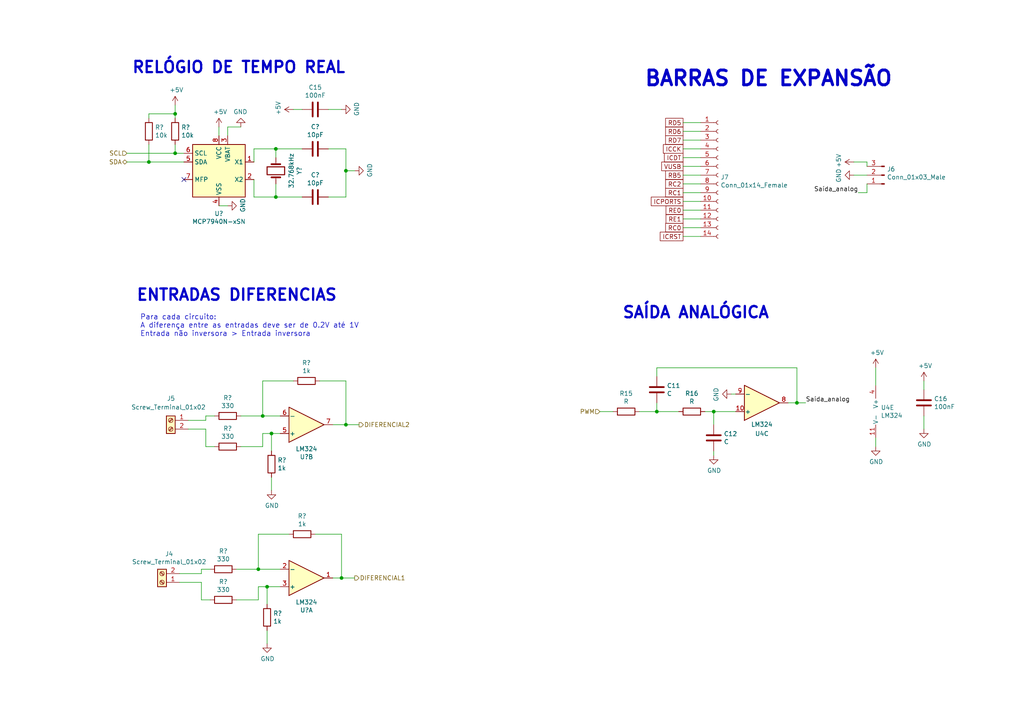
<source format=kicad_sch>
(kicad_sch (version 20230121) (generator eeschema)

  (uuid eb2c4084-2ec0-4fde-8dbf-ad7bb00650e4)

  (paper "A4")

  (lib_symbols
    (symbol "Amplifier_Operational:LM324" (pin_names (offset 0.127)) (in_bom yes) (on_board yes)
      (property "Reference" "U" (at 0 5.08 0)
        (effects (font (size 1.27 1.27)) (justify left))
      )
      (property "Value" "LM324" (at 0 -5.08 0)
        (effects (font (size 1.27 1.27)) (justify left))
      )
      (property "Footprint" "" (at -1.27 2.54 0)
        (effects (font (size 1.27 1.27)) hide)
      )
      (property "Datasheet" "http://www.ti.com/lit/ds/symlink/lm2902-n.pdf" (at 1.27 5.08 0)
        (effects (font (size 1.27 1.27)) hide)
      )
      (property "ki_locked" "" (at 0 0 0)
        (effects (font (size 1.27 1.27)))
      )
      (property "ki_keywords" "quad opamp" (at 0 0 0)
        (effects (font (size 1.27 1.27)) hide)
      )
      (property "ki_description" "Low-Power, Quad-Operational Amplifiers, DIP-14/SOIC-14/SSOP-14" (at 0 0 0)
        (effects (font (size 1.27 1.27)) hide)
      )
      (property "ki_fp_filters" "SOIC*3.9x8.7mm*P1.27mm* DIP*W7.62mm* TSSOP*4.4x5mm*P0.65mm* SSOP*5.3x6.2mm*P0.65mm* MSOP*3x3mm*P0.5mm*" (at 0 0 0)
        (effects (font (size 1.27 1.27)) hide)
      )
      (symbol "LM324_1_1"
        (polyline
          (pts
            (xy -5.08 5.08)
            (xy 5.08 0)
            (xy -5.08 -5.08)
            (xy -5.08 5.08)
          )
          (stroke (width 0.254) (type default))
          (fill (type background))
        )
        (pin output line (at 7.62 0 180) (length 2.54)
          (name "~" (effects (font (size 1.27 1.27))))
          (number "1" (effects (font (size 1.27 1.27))))
        )
        (pin input line (at -7.62 -2.54 0) (length 2.54)
          (name "-" (effects (font (size 1.27 1.27))))
          (number "2" (effects (font (size 1.27 1.27))))
        )
        (pin input line (at -7.62 2.54 0) (length 2.54)
          (name "+" (effects (font (size 1.27 1.27))))
          (number "3" (effects (font (size 1.27 1.27))))
        )
      )
      (symbol "LM324_2_1"
        (polyline
          (pts
            (xy -5.08 5.08)
            (xy 5.08 0)
            (xy -5.08 -5.08)
            (xy -5.08 5.08)
          )
          (stroke (width 0.254) (type default))
          (fill (type background))
        )
        (pin input line (at -7.62 2.54 0) (length 2.54)
          (name "+" (effects (font (size 1.27 1.27))))
          (number "5" (effects (font (size 1.27 1.27))))
        )
        (pin input line (at -7.62 -2.54 0) (length 2.54)
          (name "-" (effects (font (size 1.27 1.27))))
          (number "6" (effects (font (size 1.27 1.27))))
        )
        (pin output line (at 7.62 0 180) (length 2.54)
          (name "~" (effects (font (size 1.27 1.27))))
          (number "7" (effects (font (size 1.27 1.27))))
        )
      )
      (symbol "LM324_3_1"
        (polyline
          (pts
            (xy -5.08 5.08)
            (xy 5.08 0)
            (xy -5.08 -5.08)
            (xy -5.08 5.08)
          )
          (stroke (width 0.254) (type default))
          (fill (type background))
        )
        (pin input line (at -7.62 2.54 0) (length 2.54)
          (name "+" (effects (font (size 1.27 1.27))))
          (number "10" (effects (font (size 1.27 1.27))))
        )
        (pin output line (at 7.62 0 180) (length 2.54)
          (name "~" (effects (font (size 1.27 1.27))))
          (number "8" (effects (font (size 1.27 1.27))))
        )
        (pin input line (at -7.62 -2.54 0) (length 2.54)
          (name "-" (effects (font (size 1.27 1.27))))
          (number "9" (effects (font (size 1.27 1.27))))
        )
      )
      (symbol "LM324_4_1"
        (polyline
          (pts
            (xy -5.08 5.08)
            (xy 5.08 0)
            (xy -5.08 -5.08)
            (xy -5.08 5.08)
          )
          (stroke (width 0.254) (type default))
          (fill (type background))
        )
        (pin input line (at -7.62 2.54 0) (length 2.54)
          (name "+" (effects (font (size 1.27 1.27))))
          (number "12" (effects (font (size 1.27 1.27))))
        )
        (pin input line (at -7.62 -2.54 0) (length 2.54)
          (name "-" (effects (font (size 1.27 1.27))))
          (number "13" (effects (font (size 1.27 1.27))))
        )
        (pin output line (at 7.62 0 180) (length 2.54)
          (name "~" (effects (font (size 1.27 1.27))))
          (number "14" (effects (font (size 1.27 1.27))))
        )
      )
      (symbol "LM324_5_1"
        (pin power_in line (at -2.54 -7.62 90) (length 3.81)
          (name "V-" (effects (font (size 1.27 1.27))))
          (number "11" (effects (font (size 1.27 1.27))))
        )
        (pin power_in line (at -2.54 7.62 270) (length 3.81)
          (name "V+" (effects (font (size 1.27 1.27))))
          (number "4" (effects (font (size 1.27 1.27))))
        )
      )
    )
    (symbol "Connector:Screw_Terminal_01x02" (pin_names (offset 1.016) hide) (in_bom yes) (on_board yes)
      (property "Reference" "J" (at 0 2.54 0)
        (effects (font (size 1.27 1.27)))
      )
      (property "Value" "Screw_Terminal_01x02" (at 0 -5.08 0)
        (effects (font (size 1.27 1.27)))
      )
      (property "Footprint" "" (at 0 0 0)
        (effects (font (size 1.27 1.27)) hide)
      )
      (property "Datasheet" "~" (at 0 0 0)
        (effects (font (size 1.27 1.27)) hide)
      )
      (property "ki_keywords" "screw terminal" (at 0 0 0)
        (effects (font (size 1.27 1.27)) hide)
      )
      (property "ki_description" "Generic screw terminal, single row, 01x02, script generated (kicad-library-utils/schlib/autogen/connector/)" (at 0 0 0)
        (effects (font (size 1.27 1.27)) hide)
      )
      (property "ki_fp_filters" "TerminalBlock*:*" (at 0 0 0)
        (effects (font (size 1.27 1.27)) hide)
      )
      (symbol "Screw_Terminal_01x02_1_1"
        (rectangle (start -1.27 1.27) (end 1.27 -3.81)
          (stroke (width 0.254) (type default))
          (fill (type background))
        )
        (circle (center 0 -2.54) (radius 0.635)
          (stroke (width 0.1524) (type default))
          (fill (type none))
        )
        (polyline
          (pts
            (xy -0.5334 -2.2098)
            (xy 0.3302 -3.048)
          )
          (stroke (width 0.1524) (type default))
          (fill (type none))
        )
        (polyline
          (pts
            (xy -0.5334 0.3302)
            (xy 0.3302 -0.508)
          )
          (stroke (width 0.1524) (type default))
          (fill (type none))
        )
        (polyline
          (pts
            (xy -0.3556 -2.032)
            (xy 0.508 -2.8702)
          )
          (stroke (width 0.1524) (type default))
          (fill (type none))
        )
        (polyline
          (pts
            (xy -0.3556 0.508)
            (xy 0.508 -0.3302)
          )
          (stroke (width 0.1524) (type default))
          (fill (type none))
        )
        (circle (center 0 0) (radius 0.635)
          (stroke (width 0.1524) (type default))
          (fill (type none))
        )
        (pin passive line (at -5.08 0 0) (length 3.81)
          (name "Pin_1" (effects (font (size 1.27 1.27))))
          (number "1" (effects (font (size 1.27 1.27))))
        )
        (pin passive line (at -5.08 -2.54 0) (length 3.81)
          (name "Pin_2" (effects (font (size 1.27 1.27))))
          (number "2" (effects (font (size 1.27 1.27))))
        )
      )
    )
    (symbol "Device:C" (pin_numbers hide) (pin_names (offset 0.254)) (in_bom yes) (on_board yes)
      (property "Reference" "C" (at 0.635 2.54 0)
        (effects (font (size 1.27 1.27)) (justify left))
      )
      (property "Value" "C" (at 0.635 -2.54 0)
        (effects (font (size 1.27 1.27)) (justify left))
      )
      (property "Footprint" "" (at 0.9652 -3.81 0)
        (effects (font (size 1.27 1.27)) hide)
      )
      (property "Datasheet" "~" (at 0 0 0)
        (effects (font (size 1.27 1.27)) hide)
      )
      (property "ki_keywords" "cap capacitor" (at 0 0 0)
        (effects (font (size 1.27 1.27)) hide)
      )
      (property "ki_description" "Unpolarized capacitor" (at 0 0 0)
        (effects (font (size 1.27 1.27)) hide)
      )
      (property "ki_fp_filters" "C_*" (at 0 0 0)
        (effects (font (size 1.27 1.27)) hide)
      )
      (symbol "C_0_1"
        (polyline
          (pts
            (xy -2.032 -0.762)
            (xy 2.032 -0.762)
          )
          (stroke (width 0.508) (type default))
          (fill (type none))
        )
        (polyline
          (pts
            (xy -2.032 0.762)
            (xy 2.032 0.762)
          )
          (stroke (width 0.508) (type default))
          (fill (type none))
        )
      )
      (symbol "C_1_1"
        (pin passive line (at 0 3.81 270) (length 2.794)
          (name "~" (effects (font (size 1.27 1.27))))
          (number "1" (effects (font (size 1.27 1.27))))
        )
        (pin passive line (at 0 -3.81 90) (length 2.794)
          (name "~" (effects (font (size 1.27 1.27))))
          (number "2" (effects (font (size 1.27 1.27))))
        )
      )
    )
    (symbol "Device:Crystal" (pin_numbers hide) (pin_names (offset 1.016) hide) (in_bom yes) (on_board yes)
      (property "Reference" "Y" (at 0 3.81 0)
        (effects (font (size 1.27 1.27)))
      )
      (property "Value" "Crystal" (at 0 -3.81 0)
        (effects (font (size 1.27 1.27)))
      )
      (property "Footprint" "" (at 0 0 0)
        (effects (font (size 1.27 1.27)) hide)
      )
      (property "Datasheet" "~" (at 0 0 0)
        (effects (font (size 1.27 1.27)) hide)
      )
      (property "ki_keywords" "quartz ceramic resonator oscillator" (at 0 0 0)
        (effects (font (size 1.27 1.27)) hide)
      )
      (property "ki_description" "Two pin crystal" (at 0 0 0)
        (effects (font (size 1.27 1.27)) hide)
      )
      (property "ki_fp_filters" "Crystal*" (at 0 0 0)
        (effects (font (size 1.27 1.27)) hide)
      )
      (symbol "Crystal_0_1"
        (rectangle (start -1.143 2.54) (end 1.143 -2.54)
          (stroke (width 0.3048) (type default))
          (fill (type none))
        )
        (polyline
          (pts
            (xy -2.54 0)
            (xy -1.905 0)
          )
          (stroke (width 0) (type default))
          (fill (type none))
        )
        (polyline
          (pts
            (xy -1.905 -1.27)
            (xy -1.905 1.27)
          )
          (stroke (width 0.508) (type default))
          (fill (type none))
        )
        (polyline
          (pts
            (xy 1.905 -1.27)
            (xy 1.905 1.27)
          )
          (stroke (width 0.508) (type default))
          (fill (type none))
        )
        (polyline
          (pts
            (xy 2.54 0)
            (xy 1.905 0)
          )
          (stroke (width 0) (type default))
          (fill (type none))
        )
      )
      (symbol "Crystal_1_1"
        (pin passive line (at -3.81 0 0) (length 1.27)
          (name "1" (effects (font (size 1.27 1.27))))
          (number "1" (effects (font (size 1.27 1.27))))
        )
        (pin passive line (at 3.81 0 180) (length 1.27)
          (name "2" (effects (font (size 1.27 1.27))))
          (number "2" (effects (font (size 1.27 1.27))))
        )
      )
    )
    (symbol "Device:R" (pin_numbers hide) (pin_names (offset 0)) (in_bom yes) (on_board yes)
      (property "Reference" "R" (at 2.032 0 90)
        (effects (font (size 1.27 1.27)))
      )
      (property "Value" "R" (at 0 0 90)
        (effects (font (size 1.27 1.27)))
      )
      (property "Footprint" "" (at -1.778 0 90)
        (effects (font (size 1.27 1.27)) hide)
      )
      (property "Datasheet" "~" (at 0 0 0)
        (effects (font (size 1.27 1.27)) hide)
      )
      (property "ki_keywords" "R res resistor" (at 0 0 0)
        (effects (font (size 1.27 1.27)) hide)
      )
      (property "ki_description" "Resistor" (at 0 0 0)
        (effects (font (size 1.27 1.27)) hide)
      )
      (property "ki_fp_filters" "R_*" (at 0 0 0)
        (effects (font (size 1.27 1.27)) hide)
      )
      (symbol "R_0_1"
        (rectangle (start -1.016 -2.54) (end 1.016 2.54)
          (stroke (width 0.254) (type default))
          (fill (type none))
        )
      )
      (symbol "R_1_1"
        (pin passive line (at 0 3.81 270) (length 1.27)
          (name "~" (effects (font (size 1.27 1.27))))
          (number "1" (effects (font (size 1.27 1.27))))
        )
        (pin passive line (at 0 -3.81 90) (length 1.27)
          (name "~" (effects (font (size 1.27 1.27))))
          (number "2" (effects (font (size 1.27 1.27))))
        )
      )
    )
    (symbol "PBLE01-rescue:Conn_01x03_Male-Connector" (pin_names (offset 1.016) hide) (in_bom yes) (on_board yes)
      (property "Reference" "J" (at 0 5.08 0)
        (effects (font (size 1.27 1.27)))
      )
      (property "Value" "Connector_Conn_01x03_Male" (at 0 -5.08 0)
        (effects (font (size 1.27 1.27)))
      )
      (property "Footprint" "" (at 0 0 0)
        (effects (font (size 1.27 1.27)) hide)
      )
      (property "Datasheet" "" (at 0 0 0)
        (effects (font (size 1.27 1.27)) hide)
      )
      (property "ki_fp_filters" "Connector*:*_1x??_*" (at 0 0 0)
        (effects (font (size 1.27 1.27)) hide)
      )
      (symbol "Conn_01x03_Male-Connector_1_1"
        (polyline
          (pts
            (xy 1.27 -2.54)
            (xy 0.8636 -2.54)
          )
          (stroke (width 0.1524) (type solid))
          (fill (type none))
        )
        (polyline
          (pts
            (xy 1.27 0)
            (xy 0.8636 0)
          )
          (stroke (width 0.1524) (type solid))
          (fill (type none))
        )
        (polyline
          (pts
            (xy 1.27 2.54)
            (xy 0.8636 2.54)
          )
          (stroke (width 0.1524) (type solid))
          (fill (type none))
        )
        (rectangle (start 0.8636 -2.413) (end 0 -2.667)
          (stroke (width 0.1524) (type solid))
          (fill (type outline))
        )
        (rectangle (start 0.8636 0.127) (end 0 -0.127)
          (stroke (width 0.1524) (type solid))
          (fill (type outline))
        )
        (rectangle (start 0.8636 2.667) (end 0 2.413)
          (stroke (width 0.1524) (type solid))
          (fill (type outline))
        )
        (pin passive line (at 5.08 2.54 180) (length 3.81)
          (name "Pin_1" (effects (font (size 1.27 1.27))))
          (number "1" (effects (font (size 1.27 1.27))))
        )
        (pin passive line (at 5.08 0 180) (length 3.81)
          (name "Pin_2" (effects (font (size 1.27 1.27))))
          (number "2" (effects (font (size 1.27 1.27))))
        )
        (pin passive line (at 5.08 -2.54 180) (length 3.81)
          (name "Pin_3" (effects (font (size 1.27 1.27))))
          (number "3" (effects (font (size 1.27 1.27))))
        )
      )
    )
    (symbol "PBLE01-rescue:Conn_01x14_Female-Connector" (pin_names (offset 1.016) hide) (in_bom yes) (on_board yes)
      (property "Reference" "J" (at 0 17.78 0)
        (effects (font (size 1.27 1.27)))
      )
      (property "Value" "Connector_Conn_01x14_Female" (at 0 -20.32 0)
        (effects (font (size 1.27 1.27)))
      )
      (property "Footprint" "" (at 0 0 0)
        (effects (font (size 1.27 1.27)) hide)
      )
      (property "Datasheet" "" (at 0 0 0)
        (effects (font (size 1.27 1.27)) hide)
      )
      (property "ki_fp_filters" "Connector*:*_1x??_*" (at 0 0 0)
        (effects (font (size 1.27 1.27)) hide)
      )
      (symbol "Conn_01x14_Female-Connector_1_1"
        (arc (start 0 -17.272) (mid -0.5058 -17.78) (end 0 -18.288)
          (stroke (width 0.1524) (type solid))
          (fill (type none))
        )
        (arc (start 0 -14.732) (mid -0.5058 -15.24) (end 0 -15.748)
          (stroke (width 0.1524) (type solid))
          (fill (type none))
        )
        (arc (start 0 -12.192) (mid -0.5058 -12.7) (end 0 -13.208)
          (stroke (width 0.1524) (type solid))
          (fill (type none))
        )
        (arc (start 0 -9.652) (mid -0.5058 -10.16) (end 0 -10.668)
          (stroke (width 0.1524) (type solid))
          (fill (type none))
        )
        (arc (start 0 -7.112) (mid -0.5058 -7.62) (end 0 -8.128)
          (stroke (width 0.1524) (type solid))
          (fill (type none))
        )
        (arc (start 0 -4.572) (mid -0.5058 -5.08) (end 0 -5.588)
          (stroke (width 0.1524) (type solid))
          (fill (type none))
        )
        (arc (start 0 -2.032) (mid -0.5058 -2.54) (end 0 -3.048)
          (stroke (width 0.1524) (type solid))
          (fill (type none))
        )
        (polyline
          (pts
            (xy -1.27 -17.78)
            (xy -0.508 -17.78)
          )
          (stroke (width 0.1524) (type solid))
          (fill (type none))
        )
        (polyline
          (pts
            (xy -1.27 -15.24)
            (xy -0.508 -15.24)
          )
          (stroke (width 0.1524) (type solid))
          (fill (type none))
        )
        (polyline
          (pts
            (xy -1.27 -12.7)
            (xy -0.508 -12.7)
          )
          (stroke (width 0.1524) (type solid))
          (fill (type none))
        )
        (polyline
          (pts
            (xy -1.27 -10.16)
            (xy -0.508 -10.16)
          )
          (stroke (width 0.1524) (type solid))
          (fill (type none))
        )
        (polyline
          (pts
            (xy -1.27 -7.62)
            (xy -0.508 -7.62)
          )
          (stroke (width 0.1524) (type solid))
          (fill (type none))
        )
        (polyline
          (pts
            (xy -1.27 -5.08)
            (xy -0.508 -5.08)
          )
          (stroke (width 0.1524) (type solid))
          (fill (type none))
        )
        (polyline
          (pts
            (xy -1.27 -2.54)
            (xy -0.508 -2.54)
          )
          (stroke (width 0.1524) (type solid))
          (fill (type none))
        )
        (polyline
          (pts
            (xy -1.27 0)
            (xy -0.508 0)
          )
          (stroke (width 0.1524) (type solid))
          (fill (type none))
        )
        (polyline
          (pts
            (xy -1.27 2.54)
            (xy -0.508 2.54)
          )
          (stroke (width 0.1524) (type solid))
          (fill (type none))
        )
        (polyline
          (pts
            (xy -1.27 5.08)
            (xy -0.508 5.08)
          )
          (stroke (width 0.1524) (type solid))
          (fill (type none))
        )
        (polyline
          (pts
            (xy -1.27 7.62)
            (xy -0.508 7.62)
          )
          (stroke (width 0.1524) (type solid))
          (fill (type none))
        )
        (polyline
          (pts
            (xy -1.27 10.16)
            (xy -0.508 10.16)
          )
          (stroke (width 0.1524) (type solid))
          (fill (type none))
        )
        (polyline
          (pts
            (xy -1.27 12.7)
            (xy -0.508 12.7)
          )
          (stroke (width 0.1524) (type solid))
          (fill (type none))
        )
        (polyline
          (pts
            (xy -1.27 15.24)
            (xy -0.508 15.24)
          )
          (stroke (width 0.1524) (type solid))
          (fill (type none))
        )
        (arc (start 0 0.508) (mid -0.5058 0) (end 0 -0.508)
          (stroke (width 0.1524) (type solid))
          (fill (type none))
        )
        (arc (start 0 3.048) (mid -0.5058 2.54) (end 0 2.032)
          (stroke (width 0.1524) (type solid))
          (fill (type none))
        )
        (arc (start 0 5.588) (mid -0.5058 5.08) (end 0 4.572)
          (stroke (width 0.1524) (type solid))
          (fill (type none))
        )
        (arc (start 0 8.128) (mid -0.5058 7.62) (end 0 7.112)
          (stroke (width 0.1524) (type solid))
          (fill (type none))
        )
        (arc (start 0 10.668) (mid -0.5058 10.16) (end 0 9.652)
          (stroke (width 0.1524) (type solid))
          (fill (type none))
        )
        (arc (start 0 13.208) (mid -0.5058 12.7) (end 0 12.192)
          (stroke (width 0.1524) (type solid))
          (fill (type none))
        )
        (arc (start 0 15.748) (mid -0.5058 15.24) (end 0 14.732)
          (stroke (width 0.1524) (type solid))
          (fill (type none))
        )
        (pin passive line (at -5.08 15.24 0) (length 3.81)
          (name "Pin_1" (effects (font (size 1.27 1.27))))
          (number "1" (effects (font (size 1.27 1.27))))
        )
        (pin passive line (at -5.08 -7.62 0) (length 3.81)
          (name "Pin_10" (effects (font (size 1.27 1.27))))
          (number "10" (effects (font (size 1.27 1.27))))
        )
        (pin passive line (at -5.08 -10.16 0) (length 3.81)
          (name "Pin_11" (effects (font (size 1.27 1.27))))
          (number "11" (effects (font (size 1.27 1.27))))
        )
        (pin passive line (at -5.08 -12.7 0) (length 3.81)
          (name "Pin_12" (effects (font (size 1.27 1.27))))
          (number "12" (effects (font (size 1.27 1.27))))
        )
        (pin passive line (at -5.08 -15.24 0) (length 3.81)
          (name "Pin_13" (effects (font (size 1.27 1.27))))
          (number "13" (effects (font (size 1.27 1.27))))
        )
        (pin passive line (at -5.08 -17.78 0) (length 3.81)
          (name "Pin_14" (effects (font (size 1.27 1.27))))
          (number "14" (effects (font (size 1.27 1.27))))
        )
        (pin passive line (at -5.08 12.7 0) (length 3.81)
          (name "Pin_2" (effects (font (size 1.27 1.27))))
          (number "2" (effects (font (size 1.27 1.27))))
        )
        (pin passive line (at -5.08 10.16 0) (length 3.81)
          (name "Pin_3" (effects (font (size 1.27 1.27))))
          (number "3" (effects (font (size 1.27 1.27))))
        )
        (pin passive line (at -5.08 7.62 0) (length 3.81)
          (name "Pin_4" (effects (font (size 1.27 1.27))))
          (number "4" (effects (font (size 1.27 1.27))))
        )
        (pin passive line (at -5.08 5.08 0) (length 3.81)
          (name "Pin_5" (effects (font (size 1.27 1.27))))
          (number "5" (effects (font (size 1.27 1.27))))
        )
        (pin passive line (at -5.08 2.54 0) (length 3.81)
          (name "Pin_6" (effects (font (size 1.27 1.27))))
          (number "6" (effects (font (size 1.27 1.27))))
        )
        (pin passive line (at -5.08 0 0) (length 3.81)
          (name "Pin_7" (effects (font (size 1.27 1.27))))
          (number "7" (effects (font (size 1.27 1.27))))
        )
        (pin passive line (at -5.08 -2.54 0) (length 3.81)
          (name "Pin_8" (effects (font (size 1.27 1.27))))
          (number "8" (effects (font (size 1.27 1.27))))
        )
        (pin passive line (at -5.08 -5.08 0) (length 3.81)
          (name "Pin_9" (effects (font (size 1.27 1.27))))
          (number "9" (effects (font (size 1.27 1.27))))
        )
      )
    )
    (symbol "PBLE01-rescue:MCP7940N-xSN-Timer" (in_bom yes) (on_board yes)
      (property "Reference" "U" (at -6.35 8.89 0)
        (effects (font (size 1.27 1.27)))
      )
      (property "Value" "Timer_MCP7940N-xSN" (at 11.43 8.89 0)
        (effects (font (size 1.27 1.27)))
      )
      (property "Footprint" "" (at 0 0 0)
        (effects (font (size 1.27 1.27)) hide)
      )
      (property "Datasheet" "" (at 0 0 0)
        (effects (font (size 1.27 1.27)) hide)
      )
      (property "ki_fp_filters" "SOIC*3.9x4.9mm*P1.27mm* TSSOP*4.4x3mm*P0.65mm* MSOP*3x3mm*P0.65mm* DIP*W7.62mm*" (at 0 0 0)
        (effects (font (size 1.27 1.27)) hide)
      )
      (symbol "MCP7940N-xSN-Timer_0_1"
        (rectangle (start -7.62 7.62) (end 7.62 -7.62)
          (stroke (width 0.254) (type solid))
          (fill (type background))
        )
      )
      (symbol "MCP7940N-xSN-Timer_1_1"
        (pin input line (at 10.16 2.54 180) (length 2.54)
          (name "X1" (effects (font (size 1.27 1.27))))
          (number "1" (effects (font (size 1.27 1.27))))
        )
        (pin output line (at 10.16 -2.54 180) (length 2.54)
          (name "X2" (effects (font (size 1.27 1.27))))
          (number "2" (effects (font (size 1.27 1.27))))
        )
        (pin power_in line (at 2.54 10.16 270) (length 2.54)
          (name "VBAT" (effects (font (size 1.27 1.27))))
          (number "3" (effects (font (size 1.27 1.27))))
        )
        (pin power_in line (at 0 -10.16 90) (length 2.54)
          (name "VSS" (effects (font (size 1.27 1.27))))
          (number "4" (effects (font (size 1.27 1.27))))
        )
        (pin bidirectional line (at -10.16 2.54 0) (length 2.54)
          (name "SDA" (effects (font (size 1.27 1.27))))
          (number "5" (effects (font (size 1.27 1.27))))
        )
        (pin input line (at -10.16 5.08 0) (length 2.54)
          (name "SCL" (effects (font (size 1.27 1.27))))
          (number "6" (effects (font (size 1.27 1.27))))
        )
        (pin open_collector line (at -10.16 -2.54 0) (length 2.54)
          (name "MFP" (effects (font (size 1.27 1.27))))
          (number "7" (effects (font (size 1.27 1.27))))
        )
        (pin power_in line (at 0 10.16 270) (length 2.54)
          (name "VCC" (effects (font (size 1.27 1.27))))
          (number "8" (effects (font (size 1.27 1.27))))
        )
      )
    )
    (symbol "power:+5V" (power) (pin_names (offset 0)) (in_bom yes) (on_board yes)
      (property "Reference" "#PWR" (at 0 -3.81 0)
        (effects (font (size 1.27 1.27)) hide)
      )
      (property "Value" "+5V" (at 0 3.556 0)
        (effects (font (size 1.27 1.27)))
      )
      (property "Footprint" "" (at 0 0 0)
        (effects (font (size 1.27 1.27)) hide)
      )
      (property "Datasheet" "" (at 0 0 0)
        (effects (font (size 1.27 1.27)) hide)
      )
      (property "ki_keywords" "global power" (at 0 0 0)
        (effects (font (size 1.27 1.27)) hide)
      )
      (property "ki_description" "Power symbol creates a global label with name \"+5V\"" (at 0 0 0)
        (effects (font (size 1.27 1.27)) hide)
      )
      (symbol "+5V_0_1"
        (polyline
          (pts
            (xy -0.762 1.27)
            (xy 0 2.54)
          )
          (stroke (width 0) (type default))
          (fill (type none))
        )
        (polyline
          (pts
            (xy 0 0)
            (xy 0 2.54)
          )
          (stroke (width 0) (type default))
          (fill (type none))
        )
        (polyline
          (pts
            (xy 0 2.54)
            (xy 0.762 1.27)
          )
          (stroke (width 0) (type default))
          (fill (type none))
        )
      )
      (symbol "+5V_1_1"
        (pin power_in line (at 0 0 90) (length 0) hide
          (name "+5V" (effects (font (size 1.27 1.27))))
          (number "1" (effects (font (size 1.27 1.27))))
        )
      )
    )
    (symbol "power:GND" (power) (pin_names (offset 0)) (in_bom yes) (on_board yes)
      (property "Reference" "#PWR" (at 0 -6.35 0)
        (effects (font (size 1.27 1.27)) hide)
      )
      (property "Value" "GND" (at 0 -3.81 0)
        (effects (font (size 1.27 1.27)))
      )
      (property "Footprint" "" (at 0 0 0)
        (effects (font (size 1.27 1.27)) hide)
      )
      (property "Datasheet" "" (at 0 0 0)
        (effects (font (size 1.27 1.27)) hide)
      )
      (property "ki_keywords" "global power" (at 0 0 0)
        (effects (font (size 1.27 1.27)) hide)
      )
      (property "ki_description" "Power symbol creates a global label with name \"GND\" , ground" (at 0 0 0)
        (effects (font (size 1.27 1.27)) hide)
      )
      (symbol "GND_0_1"
        (polyline
          (pts
            (xy 0 0)
            (xy 0 -1.27)
            (xy 1.27 -1.27)
            (xy 0 -2.54)
            (xy -1.27 -1.27)
            (xy 0 -1.27)
          )
          (stroke (width 0) (type default))
          (fill (type none))
        )
      )
      (symbol "GND_1_1"
        (pin power_in line (at 0 0 270) (length 0) hide
          (name "GND" (effects (font (size 1.27 1.27))))
          (number "1" (effects (font (size 1.27 1.27))))
        )
      )
    )
  )

  (junction (at 190.5 119.38) (diameter 0) (color 0 0 0 0)
    (uuid 0c037419-3526-43bc-bcbe-795dc118ac28)
  )
  (junction (at 207.01 119.38) (diameter 0) (color 0 0 0 0)
    (uuid 2e93d984-405e-4fad-a7f5-1643e8058d7f)
  )
  (junction (at 100.33 123.19) (diameter 0) (color 0 0 0 0)
    (uuid 3c6db4f6-809d-464a-9117-a2260d4ac0c5)
  )
  (junction (at 77.47 170.18) (diameter 0) (color 0 0 0 0)
    (uuid 3f0af0f9-d5e7-4408-9252-724603a52bb4)
  )
  (junction (at 50.8 33.02) (diameter 0) (color 0 0 0 0)
    (uuid 4c79a976-5e57-4184-88ca-10e36d7c47c2)
  )
  (junction (at 100.33 49.53) (diameter 0) (color 0 0 0 0)
    (uuid 53cf5458-2d0f-46a0-a8c5-86eb635e125b)
  )
  (junction (at 76.2 120.65) (diameter 0) (color 0 0 0 0)
    (uuid 5a5db32c-afd6-43fc-85db-34d07ad2da42)
  )
  (junction (at 50.8 44.45) (diameter 0) (color 0 0 0 0)
    (uuid 5f398733-1b19-45b6-8ec3-5ea10bfca000)
  )
  (junction (at 43.18 46.99) (diameter 0) (color 0 0 0 0)
    (uuid 68b46318-db03-4a21-b361-f34e2a630ca6)
  )
  (junction (at 99.06 167.64) (diameter 0) (color 0 0 0 0)
    (uuid 6cbb0945-7856-4af6-9884-fc72bff3299e)
  )
  (junction (at 80.01 57.15) (diameter 0) (color 0 0 0 0)
    (uuid 8c312a36-0f1a-41c2-b636-b917f36f0b45)
  )
  (junction (at 74.93 165.1) (diameter 0) (color 0 0 0 0)
    (uuid 96116dd6-62f1-4aab-aaff-36e3869fe5c8)
  )
  (junction (at 231.14 116.84) (diameter 0) (color 0 0 0 0)
    (uuid b2fe4453-a1ca-48ca-82b7-6e36ceff4334)
  )
  (junction (at 78.74 125.73) (diameter 0) (color 0 0 0 0)
    (uuid bcb71d22-a588-4a61-b2d0-21d3ada931c1)
  )
  (junction (at 80.01 43.18) (diameter 0) (color 0 0 0 0)
    (uuid d18beebd-4cb3-465a-8a34-8f51c2f25793)
  )

  (no_connect (at 53.34 52.07) (uuid f2178454-1bbc-48a1-9814-f88614e8b070))

  (wire (pts (xy 100.33 43.18) (xy 100.33 49.53))
    (stroke (width 0) (type default))
    (uuid 02544a57-6ab4-4103-96f7-56e60549d2e8)
  )
  (wire (pts (xy 198.12 35.56) (xy 203.2 35.56))
    (stroke (width 0) (type default))
    (uuid 0a3d7ebc-249e-4751-86c4-298eb88f9b50)
  )
  (wire (pts (xy 100.33 110.49) (xy 92.71 110.49))
    (stroke (width 0) (type default))
    (uuid 0a5703d1-d265-4378-a49b-50485217bbbe)
  )
  (wire (pts (xy 198.12 45.72) (xy 203.2 45.72))
    (stroke (width 0) (type default))
    (uuid 0c3d31fb-87c0-43ec-befd-f75aeda1d872)
  )
  (wire (pts (xy 59.69 120.65) (xy 62.23 120.65))
    (stroke (width 0) (type default))
    (uuid 1066891e-a320-4d33-a136-e5dab21434a5)
  )
  (wire (pts (xy 52.07 166.37) (xy 58.42 166.37))
    (stroke (width 0) (type default))
    (uuid 10d2145f-b3e7-41d8-8fd6-90a2ec235eac)
  )
  (wire (pts (xy 73.66 46.99) (xy 73.66 43.18))
    (stroke (width 0) (type default))
    (uuid 125c385c-b462-4c7c-8ca3-12592dc44dff)
  )
  (wire (pts (xy 267.97 120.65) (xy 267.97 124.46))
    (stroke (width 0) (type default))
    (uuid 132cc9fe-57cb-46ab-a3f2-ae6b7aba2224)
  )
  (wire (pts (xy 254 129.54) (xy 254 127))
    (stroke (width 0) (type default))
    (uuid 179d3a2a-26b6-40ca-9982-d9447eecad54)
  )
  (wire (pts (xy 76.2 125.73) (xy 78.74 125.73))
    (stroke (width 0) (type default))
    (uuid 18a4e618-80b0-4c0a-bf9d-8708678672dc)
  )
  (wire (pts (xy 74.93 170.18) (xy 74.93 173.99))
    (stroke (width 0) (type default))
    (uuid 1c4d846f-008d-491e-9383-79b705100f6f)
  )
  (wire (pts (xy 68.58 165.1) (xy 74.93 165.1))
    (stroke (width 0) (type default))
    (uuid 1ce352ba-e3e4-4b5e-a111-926e2fe2d349)
  )
  (wire (pts (xy 100.33 123.19) (xy 104.14 123.19))
    (stroke (width 0) (type default))
    (uuid 22ab381d-48a6-424a-b00a-0bfd5a15d0ce)
  )
  (wire (pts (xy 251.46 50.8) (xy 247.65 50.8))
    (stroke (width 0) (type default))
    (uuid 2301a918-c0da-4af0-90db-a86b4125fb9c)
  )
  (wire (pts (xy 231.14 116.84) (xy 233.68 116.84))
    (stroke (width 0) (type default))
    (uuid 23ceb574-60cd-4d07-9211-33ab5d62ffb6)
  )
  (wire (pts (xy 198.12 38.1) (xy 203.2 38.1))
    (stroke (width 0) (type default))
    (uuid 2684bb7c-ac27-4ba8-8b58-a733ed477ffb)
  )
  (wire (pts (xy 76.2 125.73) (xy 76.2 129.54))
    (stroke (width 0) (type default))
    (uuid 2e43dac0-1c02-41d9-907e-7818100e50d3)
  )
  (wire (pts (xy 54.61 121.92) (xy 59.69 121.92))
    (stroke (width 0) (type default))
    (uuid 2ee9f7ee-6b10-4b00-8ce2-a97d1f450f8e)
  )
  (wire (pts (xy 100.33 49.53) (xy 100.33 57.15))
    (stroke (width 0) (type default))
    (uuid 36de581e-97cd-4730-9c9b-7dba907c5ac5)
  )
  (wire (pts (xy 74.93 165.1) (xy 74.93 154.94))
    (stroke (width 0) (type default))
    (uuid 393ef4bc-121f-4806-be1a-7792960b1e24)
  )
  (wire (pts (xy 228.6 116.84) (xy 231.14 116.84))
    (stroke (width 0) (type default))
    (uuid 3ef4971a-728e-4d67-96bc-0f005db47449)
  )
  (wire (pts (xy 198.12 58.42) (xy 203.2 58.42))
    (stroke (width 0) (type default))
    (uuid 418dcae0-12b8-4501-b3fd-d572c4e4201f)
  )
  (wire (pts (xy 198.12 53.34) (xy 203.2 53.34))
    (stroke (width 0) (type default))
    (uuid 468e05b5-db9a-4013-80db-14ebd39988d4)
  )
  (wire (pts (xy 190.5 109.22) (xy 190.5 106.68))
    (stroke (width 0) (type default))
    (uuid 474cbb14-9087-4f23-8dbb-f7bddcf615dd)
  )
  (wire (pts (xy 190.5 106.68) (xy 231.14 106.68))
    (stroke (width 0) (type default))
    (uuid 488069a2-142d-4a36-b059-3f25c393008e)
  )
  (wire (pts (xy 251.46 55.88) (xy 251.46 53.34))
    (stroke (width 0) (type default))
    (uuid 4a628ca4-9157-4888-b7ec-71dc3b5becf1)
  )
  (wire (pts (xy 77.47 186.69) (xy 77.47 182.88))
    (stroke (width 0) (type default))
    (uuid 531ffba3-6008-4287-9390-5129b77bf994)
  )
  (wire (pts (xy 207.01 123.19) (xy 207.01 119.38))
    (stroke (width 0) (type default))
    (uuid 573b4338-fc08-48ca-80e5-9c6888a988e5)
  )
  (wire (pts (xy 50.8 41.91) (xy 50.8 44.45))
    (stroke (width 0) (type default))
    (uuid 57a9c2ff-963a-439c-84ca-9f80ee5f7821)
  )
  (wire (pts (xy 251.46 46.99) (xy 251.46 48.26))
    (stroke (width 0) (type default))
    (uuid 58b85d0e-9c26-47db-ba3e-f9865ac1da0b)
  )
  (wire (pts (xy 36.83 44.45) (xy 50.8 44.45))
    (stroke (width 0) (type default))
    (uuid 5ae4c8eb-4f14-47af-9c57-7aa8978101b3)
  )
  (wire (pts (xy 54.61 124.46) (xy 59.69 124.46))
    (stroke (width 0) (type default))
    (uuid 5b8ae388-89ac-4151-98d3-e076922a98d3)
  )
  (wire (pts (xy 43.18 41.91) (xy 43.18 46.99))
    (stroke (width 0) (type default))
    (uuid 5d3b948d-bfa4-4835-8777-9d1e563e8bc7)
  )
  (wire (pts (xy 95.25 57.15) (xy 100.33 57.15))
    (stroke (width 0) (type default))
    (uuid 611f36f7-0807-4256-a314-aa5fc8a7892d)
  )
  (wire (pts (xy 69.85 129.54) (xy 76.2 129.54))
    (stroke (width 0) (type default))
    (uuid 636b600e-cf4a-4dad-ad8a-7fdf89de3d8d)
  )
  (wire (pts (xy 66.04 36.83) (xy 69.85 36.83))
    (stroke (width 0) (type default))
    (uuid 64702e1b-1386-48f8-b012-eecc46c26c09)
  )
  (wire (pts (xy 58.42 168.91) (xy 58.42 173.99))
    (stroke (width 0) (type default))
    (uuid 6a47257b-8869-457d-8cc7-0b1de00d3d27)
  )
  (wire (pts (xy 80.01 57.15) (xy 80.01 53.34))
    (stroke (width 0) (type default))
    (uuid 6bb22973-55ca-401f-a808-8b074aeff614)
  )
  (wire (pts (xy 96.52 123.19) (xy 100.33 123.19))
    (stroke (width 0) (type default))
    (uuid 72b90f4a-4583-4dc8-8f14-e05126658dc5)
  )
  (wire (pts (xy 50.8 44.45) (xy 53.34 44.45))
    (stroke (width 0) (type default))
    (uuid 73536e2b-265b-457b-82e7-fb49d0525f00)
  )
  (wire (pts (xy 78.74 125.73) (xy 81.28 125.73))
    (stroke (width 0) (type default))
    (uuid 73a8fb53-e349-4d63-ac74-fa5b7d2c2f3e)
  )
  (wire (pts (xy 69.85 120.65) (xy 76.2 120.65))
    (stroke (width 0) (type default))
    (uuid 745949a1-60bf-43ed-a895-11b40e6e14ed)
  )
  (wire (pts (xy 63.5 39.37) (xy 63.5 36.83))
    (stroke (width 0) (type default))
    (uuid 777771b6-eb1c-4908-8c41-1ecd10dec104)
  )
  (wire (pts (xy 76.2 120.65) (xy 76.2 110.49))
    (stroke (width 0) (type default))
    (uuid 78f9f807-2c1d-4f26-b89e-d377739ed99d)
  )
  (wire (pts (xy 207.01 119.38) (xy 213.36 119.38))
    (stroke (width 0) (type default))
    (uuid 7a0e8656-afec-401d-b3eb-103dde4d6b59)
  )
  (wire (pts (xy 247.65 46.99) (xy 251.46 46.99))
    (stroke (width 0) (type default))
    (uuid 7a3d3dff-1b12-418b-8c14-21138fa04e06)
  )
  (wire (pts (xy 36.83 46.99) (xy 43.18 46.99))
    (stroke (width 0) (type default))
    (uuid 7b06e3d1-53aa-4c9a-acfb-f9198362fae4)
  )
  (wire (pts (xy 204.47 119.38) (xy 207.01 119.38))
    (stroke (width 0) (type default))
    (uuid 8033fd90-472d-4b29-9124-61df2c158e0b)
  )
  (wire (pts (xy 77.47 170.18) (xy 81.28 170.18))
    (stroke (width 0) (type default))
    (uuid 8325c8f6-d523-4199-bad5-8d767645216f)
  )
  (wire (pts (xy 85.09 31.75) (xy 87.63 31.75))
    (stroke (width 0) (type default))
    (uuid 872c8d80-4382-41ec-af68-0a92421ac57f)
  )
  (wire (pts (xy 185.42 119.38) (xy 190.5 119.38))
    (stroke (width 0) (type default))
    (uuid 88206899-fbf4-4b4b-b474-026a13b20cdb)
  )
  (wire (pts (xy 99.06 167.64) (xy 99.06 154.94))
    (stroke (width 0) (type default))
    (uuid 886fcf23-dd14-450d-82c9-a0f81bf1aefc)
  )
  (wire (pts (xy 198.12 40.64) (xy 203.2 40.64))
    (stroke (width 0) (type default))
    (uuid 8dc27a99-c63d-481b-9870-6dec1f6328ed)
  )
  (wire (pts (xy 58.42 166.37) (xy 58.42 165.1))
    (stroke (width 0) (type default))
    (uuid 8e4910bb-1bb7-49d3-9621-6c687bf232eb)
  )
  (wire (pts (xy 60.96 173.99) (xy 58.42 173.99))
    (stroke (width 0) (type default))
    (uuid 90ec5253-5616-458a-92ac-0acceff73dbd)
  )
  (wire (pts (xy 95.25 43.18) (xy 100.33 43.18))
    (stroke (width 0) (type default))
    (uuid 9be549c0-d473-48a2-8481-807e9a3978c9)
  )
  (wire (pts (xy 190.5 119.38) (xy 196.85 119.38))
    (stroke (width 0) (type default))
    (uuid 9e7adca4-b786-451c-8d3f-3cb8409cf8ab)
  )
  (wire (pts (xy 198.12 63.5) (xy 203.2 63.5))
    (stroke (width 0) (type default))
    (uuid 9f2a11e1-a5c3-48b3-b165-bc5dbd4613d3)
  )
  (wire (pts (xy 173.99 119.38) (xy 177.8 119.38))
    (stroke (width 0) (type default))
    (uuid 9fad329c-bb42-49f7-9af1-5e7e84378fc4)
  )
  (wire (pts (xy 73.66 57.15) (xy 80.01 57.15))
    (stroke (width 0) (type default))
    (uuid a086ae97-8f77-4919-8b4c-ad917c85bb60)
  )
  (wire (pts (xy 80.01 43.18) (xy 80.01 45.72))
    (stroke (width 0) (type default))
    (uuid a167562c-fc0c-4338-a375-f104e915ebdf)
  )
  (wire (pts (xy 59.69 121.92) (xy 59.69 120.65))
    (stroke (width 0) (type default))
    (uuid a1d2ac92-5ba3-4c2d-a7c7-1342f365f82b)
  )
  (wire (pts (xy 77.47 175.26) (xy 77.47 170.18))
    (stroke (width 0) (type default))
    (uuid a5062963-2cce-4772-95d0-1ff9ba249d56)
  )
  (wire (pts (xy 96.52 167.64) (xy 99.06 167.64))
    (stroke (width 0) (type default))
    (uuid a7aaf4c7-008f-4a76-bd4f-1ebf8ec394c9)
  )
  (wire (pts (xy 43.18 33.02) (xy 50.8 33.02))
    (stroke (width 0) (type default))
    (uuid a7f5faab-9f1c-4528-8e80-01cf44a66015)
  )
  (wire (pts (xy 74.93 154.94) (xy 83.82 154.94))
    (stroke (width 0) (type default))
    (uuid a8fa3e23-decc-46b3-80fe-504e3ca41d0d)
  )
  (wire (pts (xy 248.92 55.88) (xy 251.46 55.88))
    (stroke (width 0) (type default))
    (uuid aa2b7773-ea60-4c1b-9488-5433919dd85b)
  )
  (wire (pts (xy 80.01 57.15) (xy 87.63 57.15))
    (stroke (width 0) (type default))
    (uuid ac13d255-2a91-4b70-a5f6-f47394df92e3)
  )
  (wire (pts (xy 62.23 129.54) (xy 59.69 129.54))
    (stroke (width 0) (type default))
    (uuid af9931cf-6e47-466d-9597-a6096a94bddc)
  )
  (wire (pts (xy 198.12 50.8) (xy 203.2 50.8))
    (stroke (width 0) (type default))
    (uuid b00d3fff-c7f7-4407-85e0-ade4574d332f)
  )
  (wire (pts (xy 52.07 168.91) (xy 58.42 168.91))
    (stroke (width 0) (type default))
    (uuid b3b9bc42-1f29-45a7-a115-99f8d56480e3)
  )
  (wire (pts (xy 198.12 48.26) (xy 203.2 48.26))
    (stroke (width 0) (type default))
    (uuid b46e83a7-95be-4b3d-a18f-40083165067a)
  )
  (wire (pts (xy 76.2 110.49) (xy 85.09 110.49))
    (stroke (width 0) (type default))
    (uuid b5f5189a-9b16-4587-802e-0c5add70a433)
  )
  (wire (pts (xy 207.01 130.81) (xy 207.01 132.08))
    (stroke (width 0) (type default))
    (uuid b61427db-bb70-4280-a918-d125d82b6c86)
  )
  (wire (pts (xy 73.66 43.18) (xy 80.01 43.18))
    (stroke (width 0) (type default))
    (uuid b7cc31a1-fa66-4f28-811d-6c55559d71f5)
  )
  (wire (pts (xy 66.04 39.37) (xy 66.04 36.83))
    (stroke (width 0) (type default))
    (uuid b8480ea6-fb06-4c37-a30a-9c7e12a9e42a)
  )
  (wire (pts (xy 78.74 130.81) (xy 78.74 125.73))
    (stroke (width 0) (type default))
    (uuid b981d535-f3e7-466b-b25e-dca32dac8b81)
  )
  (wire (pts (xy 254 111.76) (xy 254 106.68))
    (stroke (width 0) (type default))
    (uuid bd0d0c5b-a5d5-41a5-a008-602e99eeada7)
  )
  (wire (pts (xy 68.58 173.99) (xy 74.93 173.99))
    (stroke (width 0) (type default))
    (uuid bd6c1210-a448-4dd6-9458-b77e9fd43f36)
  )
  (wire (pts (xy 99.06 167.64) (xy 102.87 167.64))
    (stroke (width 0) (type default))
    (uuid bda40bd3-c513-4a71-bea2-b4bf6b77e643)
  )
  (wire (pts (xy 74.93 165.1) (xy 81.28 165.1))
    (stroke (width 0) (type default))
    (uuid bf329fab-08f3-459e-b387-445825a33142)
  )
  (wire (pts (xy 198.12 68.58) (xy 203.2 68.58))
    (stroke (width 0) (type default))
    (uuid c183356e-0af8-4e28-a26d-ee924c16cb9e)
  )
  (wire (pts (xy 212.09 114.3) (xy 213.36 114.3))
    (stroke (width 0) (type default))
    (uuid c23ea23d-f754-495e-a3e9-9b47c4b21925)
  )
  (wire (pts (xy 100.33 123.19) (xy 100.33 110.49))
    (stroke (width 0) (type default))
    (uuid c2c06094-0378-47d9-8a2d-affdee7cd51d)
  )
  (wire (pts (xy 43.18 34.29) (xy 43.18 33.02))
    (stroke (width 0) (type default))
    (uuid c857acd5-3229-490b-82b1-9cf884ba5451)
  )
  (wire (pts (xy 95.25 31.75) (xy 99.06 31.75))
    (stroke (width 0) (type default))
    (uuid cc4791a8-72a6-4368-96c9-1af891d7d84e)
  )
  (wire (pts (xy 58.42 165.1) (xy 60.96 165.1))
    (stroke (width 0) (type default))
    (uuid d0dee040-4b80-464f-a305-75c37ce082e8)
  )
  (wire (pts (xy 231.14 106.68) (xy 231.14 116.84))
    (stroke (width 0) (type default))
    (uuid d2270e21-75c1-40a2-b3f7-cc4d54952bb9)
  )
  (wire (pts (xy 198.12 66.04) (xy 203.2 66.04))
    (stroke (width 0) (type default))
    (uuid d9192f13-d4a4-4ad5-9deb-01de7ca42397)
  )
  (wire (pts (xy 198.12 55.88) (xy 203.2 55.88))
    (stroke (width 0) (type default))
    (uuid d9c1f3af-8f26-4ac3-bd6e-e7fb37202ff7)
  )
  (wire (pts (xy 267.97 110.49) (xy 267.97 113.03))
    (stroke (width 0) (type default))
    (uuid dc9e63e5-b458-424a-b320-2a50cc230921)
  )
  (wire (pts (xy 59.69 124.46) (xy 59.69 129.54))
    (stroke (width 0) (type default))
    (uuid dcf3dc33-29fd-4ec9-a7d5-83534052d2fe)
  )
  (wire (pts (xy 80.01 43.18) (xy 87.63 43.18))
    (stroke (width 0) (type default))
    (uuid dfae4507-b3e4-40d2-9124-82225cf4fabc)
  )
  (wire (pts (xy 43.18 46.99) (xy 53.34 46.99))
    (stroke (width 0) (type default))
    (uuid e007e304-34b0-426d-9e17-149b41c4e8de)
  )
  (wire (pts (xy 74.93 170.18) (xy 77.47 170.18))
    (stroke (width 0) (type default))
    (uuid e3f4088e-526a-495c-9e87-4dd2a72c6c3c)
  )
  (wire (pts (xy 50.8 33.02) (xy 50.8 34.29))
    (stroke (width 0) (type default))
    (uuid e5bb28eb-485c-48ad-b4a0-8c4b8e701261)
  )
  (wire (pts (xy 50.8 33.02) (xy 50.8 30.48))
    (stroke (width 0) (type default))
    (uuid e6a4a5fa-0a71-4cd6-aad8-112441c1aa89)
  )
  (wire (pts (xy 78.74 142.24) (xy 78.74 138.43))
    (stroke (width 0) (type default))
    (uuid e6c7fab8-50dd-4e61-bcc1-82722c08a082)
  )
  (wire (pts (xy 63.5 59.69) (xy 66.04 59.69))
    (stroke (width 0) (type default))
    (uuid ebabe38a-b8cf-41b6-8a91-6b02909fb304)
  )
  (wire (pts (xy 198.12 60.96) (xy 203.2 60.96))
    (stroke (width 0) (type default))
    (uuid f0d1153c-1289-4f0e-9700-8c6eabd3cf56)
  )
  (wire (pts (xy 190.5 116.84) (xy 190.5 119.38))
    (stroke (width 0) (type default))
    (uuid f0ed1cad-316b-4d78-ae32-6c2a04e9d3a8)
  )
  (wire (pts (xy 99.06 154.94) (xy 91.44 154.94))
    (stroke (width 0) (type default))
    (uuid f236ccde-1ee1-4ac6-93da-d97f91d707fb)
  )
  (wire (pts (xy 73.66 52.07) (xy 73.66 57.15))
    (stroke (width 0) (type default))
    (uuid f6f3f0b5-96a7-479f-a4ed-1e8b570cdede)
  )
  (wire (pts (xy 198.12 43.18) (xy 203.2 43.18))
    (stroke (width 0) (type default))
    (uuid f8317327-f936-4739-8830-322387418bfe)
  )
  (wire (pts (xy 76.2 120.65) (xy 81.28 120.65))
    (stroke (width 0) (type default))
    (uuid f9e905f4-75f3-4dfa-b28a-ca5e67abae55)
  )
  (wire (pts (xy 100.33 49.53) (xy 102.87 49.53))
    (stroke (width 0) (type default))
    (uuid fa68785e-1aae-4751-910b-7f4ef7517872)
  )

  (text "RELÓGIO DE TEMPO REAL " (at 38.1 21.59 0)
    (effects (font (size 3.2512 3.2512) (thickness 0.6502) bold) (justify left bottom))
    (uuid 2c8afbf0-0220-41da-864f-2441f902abbc)
  )
  (text "ENTRADAS DIFERENCIAS" (at 39.37 87.63 0)
    (effects (font (size 3.2766 3.2766) (thickness 0.6553) bold) (justify left bottom))
    (uuid 331f311c-7dd6-4201-b770-a38dcdc4beb9)
  )
  (text "BARRAS DE EXPANSÃO" (at 186.69 25.4 0)
    (effects (font (size 4.2672 4.2672) (thickness 0.8534) bold) (justify left bottom))
    (uuid 65976faa-3cc6-4714-a2d6-67bc00c245c6)
  )
  (text "SAÍDA ANALÓGICA" (at 180.34 92.71 0)
    (effects (font (size 3.2766 3.2766) (thickness 0.6553) bold) (justify left bottom))
    (uuid 8f498e71-e25b-434a-adc2-424881782d50)
  )
  (text "Para cada circuito:\nA diferença entre as entradas deve ser de 0.2V até 1V\nEntrada não inversora > Entrada inversora "
    (at 40.64 97.79 0)
    (effects (font (size 1.4986 1.4986)) (justify left bottom))
    (uuid cff3aeb1-4fdb-4ea0-9e08-08dd141eacd5)
  )

  (label "Saída_analog" (at 248.92 55.88 180)
    (effects (font (size 1.27 1.27)) (justify right bottom))
    (uuid 28a3aeb8-6162-4d94-b51f-0ba338c92881)
  )
  (label "Saída_analog" (at 233.68 116.84 0)
    (effects (font (size 1.27 1.27)) (justify left bottom))
    (uuid c658023f-ce20-4eaf-aa05-6ced96458cf6)
  )

  (global_label "ICDT" (shape passive) (at 198.12 45.72 180)
    (effects (font (size 1.27 1.27)) (justify right))
    (uuid 0d84ddbc-6da0-4ff0-8bec-63a206a72045)
    (property "Intersheetrefs" "${INTERSHEET_REFS}" (at 198.12 45.72 0)
      (effects (font (size 1.27 1.27)) hide)
    )
  )
  (global_label "RB5" (shape passive) (at 198.12 50.8 180)
    (effects (font (size 1.27 1.27)) (justify right))
    (uuid 12599e66-1aca-47c0-a542-d6e7653e496b)
    (property "Intersheetrefs" "${INTERSHEET_REFS}" (at 198.12 50.8 0)
      (effects (font (size 1.27 1.27)) hide)
    )
  )
  (global_label "RD5" (shape passive) (at 198.12 35.56 180)
    (effects (font (size 1.27 1.27)) (justify right))
    (uuid 3c149874-579a-4748-a5af-33d46e027af5)
    (property "Intersheetrefs" "${INTERSHEET_REFS}" (at 198.12 35.56 0)
      (effects (font (size 1.27 1.27)) hide)
    )
  )
  (global_label "RD7" (shape passive) (at 198.12 40.64 180)
    (effects (font (size 1.27 1.27)) (justify right))
    (uuid 4fb85a5c-bfc4-45b8-a01b-9e746b4f78ff)
    (property "Intersheetrefs" "${INTERSHEET_REFS}" (at 198.12 40.64 0)
      (effects (font (size 1.27 1.27)) hide)
    )
  )
  (global_label "ICRST" (shape passive) (at 198.12 68.58 180)
    (effects (font (size 1.27 1.27)) (justify right))
    (uuid 5d7840ad-7100-47fa-8a51-75d413767882)
    (property "Intersheetrefs" "${INTERSHEET_REFS}" (at 198.12 68.58 0)
      (effects (font (size 1.27 1.27)) hide)
    )
  )
  (global_label "RE1" (shape passive) (at 198.12 63.5 180)
    (effects (font (size 1.27 1.27)) (justify right))
    (uuid 924d54ae-a918-4171-8b50-fe83bf2d8da1)
    (property "Intersheetrefs" "${INTERSHEET_REFS}" (at 198.12 63.5 0)
      (effects (font (size 1.27 1.27)) hide)
    )
  )
  (global_label "RC1" (shape passive) (at 198.12 55.88 180)
    (effects (font (size 1.27 1.27)) (justify right))
    (uuid 954034a3-72c7-40a5-a9f4-1ec73bd9d175)
    (property "Intersheetrefs" "${INTERSHEET_REFS}" (at 198.12 55.88 0)
      (effects (font (size 1.27 1.27)) hide)
    )
  )
  (global_label "ICPORTS" (shape passive) (at 198.12 58.42 180)
    (effects (font (size 1.27 1.27)) (justify right))
    (uuid a14703ad-4358-4979-affc-3e11ae24d841)
    (property "Intersheetrefs" "${INTERSHEET_REFS}" (at 198.12 58.42 0)
      (effects (font (size 1.27 1.27)) hide)
    )
  )
  (global_label "RD6" (shape passive) (at 198.12 38.1 180)
    (effects (font (size 1.27 1.27)) (justify right))
    (uuid d48ba43a-3669-4aad-bb24-c5187086d8df)
    (property "Intersheetrefs" "${INTERSHEET_REFS}" (at 198.12 38.1 0)
      (effects (font (size 1.27 1.27)) hide)
    )
  )
  (global_label "VUSB" (shape passive) (at 198.12 48.26 180)
    (effects (font (size 1.27 1.27)) (justify right))
    (uuid d97c0da2-c8c9-4d08-9b52-c1bd71286d88)
    (property "Intersheetrefs" "${INTERSHEET_REFS}" (at 198.12 48.26 0)
      (effects (font (size 1.27 1.27)) hide)
    )
  )
  (global_label "RC2" (shape passive) (at 198.12 53.34 180)
    (effects (font (size 1.27 1.27)) (justify right))
    (uuid ddd77e0d-6a9e-400d-bb45-71cb83df7a3c)
    (property "Intersheetrefs" "${INTERSHEET_REFS}" (at 198.12 53.34 0)
      (effects (font (size 1.27 1.27)) hide)
    )
  )
  (global_label "RC0" (shape passive) (at 198.12 66.04 180)
    (effects (font (size 1.27 1.27)) (justify right))
    (uuid f2574c9f-7ab7-4d9c-b489-bdcee0eed82d)
    (property "Intersheetrefs" "${INTERSHEET_REFS}" (at 198.12 66.04 0)
      (effects (font (size 1.27 1.27)) hide)
    )
  )
  (global_label "RE0" (shape passive) (at 198.12 60.96 180)
    (effects (font (size 1.27 1.27)) (justify right))
    (uuid f4bee3a3-6b54-4692-b041-a1d54b5b4ff4)
    (property "Intersheetrefs" "${INTERSHEET_REFS}" (at 198.12 60.96 0)
      (effects (font (size 1.27 1.27)) hide)
    )
  )
  (global_label "ICCK" (shape passive) (at 198.12 43.18 180)
    (effects (font (size 1.27 1.27)) (justify right))
    (uuid f4fd5786-40d8-4131-afa6-88302adec85a)
    (property "Intersheetrefs" "${INTERSHEET_REFS}" (at 198.12 43.18 0)
      (effects (font (size 1.27 1.27)) hide)
    )
  )

  (hierarchical_label "PWM" (shape input) (at 173.99 119.38 180)
    (effects (font (size 1.27 1.27)) (justify right))
    (uuid 3c6e8d27-01e4-4c9d-80c1-c3776c47a6ba)
  )
  (hierarchical_label "DIFERENCIAL2" (shape output) (at 104.14 123.19 0)
    (effects (font (size 1.27 1.27)) (justify left))
    (uuid 818587f7-0b45-4d30-9e67-9c7baa2ec36f)
  )
  (hierarchical_label "SCL" (shape input) (at 36.83 44.45 180)
    (effects (font (size 1.27 1.27)) (justify right))
    (uuid 9bc60b43-6313-4e6f-b481-6322144a5a34)
  )
  (hierarchical_label "DIFERENCIAL1" (shape output) (at 102.87 167.64 0)
    (effects (font (size 1.27 1.27)) (justify left))
    (uuid a180bb71-e074-4945-a6ad-47d874b95c4b)
  )
  (hierarchical_label "SDA" (shape bidirectional) (at 36.83 46.99 180)
    (effects (font (size 1.27 1.27)) (justify right))
    (uuid ee03504c-eb82-4ea2-ab59-af4990f91458)
  )

  (symbol (lib_id "Connector:Screw_Terminal_01x02") (at 46.99 168.91 180) (unit 1)
    (in_bom yes) (on_board yes) (dnp no)
    (uuid 00000000-0000-0000-0000-000060b35512)
    (property "Reference" "J4" (at 49.0728 160.655 0)
      (effects (font (size 1.27 1.27)))
    )
    (property "Value" "Screw_Terminal_01x02" (at 49.0728 162.9664 0)
      (effects (font (size 1.27 1.27)))
    )
    (property "Footprint" "TerminalBlock_MetzConnect:TerminalBlock_MetzConnect_Type011_RT05502HBWC_1x02_P5.00mm_Horizontal" (at 46.99 168.91 0)
      (effects (font (size 1.27 1.27)) hide)
    )
    (property "Datasheet" "~" (at 46.99 168.91 0)
      (effects (font (size 1.27 1.27)) hide)
    )
    (pin "1" (uuid 2e112989-1223-4bbf-ba16-03f4dce47393))
    (pin "2" (uuid 0baa27d1-c365-4239-94bf-c2e527bbf88f))
    (instances
      (project "PBLE01"
        (path "/8d263c01-7485-4e74-9d41-268dd1718f0e/00000000-0000-0000-0000-000060c7d930"
          (reference "J4") (unit 1)
        )
      )
    )
  )

  (symbol (lib_id "Connector:Screw_Terminal_01x02") (at 49.53 121.92 0) (mirror y) (unit 1)
    (in_bom yes) (on_board yes) (dnp no)
    (uuid 00000000-0000-0000-0000-000060b39eed)
    (property "Reference" "J5" (at 50.8 115.57 0)
      (effects (font (size 1.27 1.27)) (justify left))
    )
    (property "Value" "Screw_Terminal_01x02" (at 59.69 118.11 0)
      (effects (font (size 1.27 1.27)) (justify left))
    )
    (property "Footprint" "TerminalBlock_MetzConnect:TerminalBlock_MetzConnect_Type011_RT05502HBWC_1x02_P5.00mm_Horizontal" (at 49.53 121.92 0)
      (effects (font (size 1.27 1.27)) hide)
    )
    (property "Datasheet" "~" (at 49.53 121.92 0)
      (effects (font (size 1.27 1.27)) hide)
    )
    (pin "1" (uuid 1b3b7991-be53-4b42-84c9-cf2b7f7e1a97))
    (pin "2" (uuid 78b81b33-dfdc-40a5-8d71-f61eafd25d5e))
    (instances
      (project "PBLE01"
        (path "/8d263c01-7485-4e74-9d41-268dd1718f0e/00000000-0000-0000-0000-000060c7d930"
          (reference "J5") (unit 1)
        )
      )
    )
  )

  (symbol (lib_id "Amplifier_Operational:LM324") (at 256.54 119.38 0) (unit 5)
    (in_bom yes) (on_board yes) (dnp no)
    (uuid 00000000-0000-0000-0000-000060b40e90)
    (property "Reference" "U4" (at 255.4732 118.2116 0)
      (effects (font (size 1.27 1.27)) (justify left))
    )
    (property "Value" "LM324" (at 255.4732 120.523 0)
      (effects (font (size 1.27 1.27)) (justify left))
    )
    (property "Footprint" "SamacSys_Parts:SOIC127P600X175-14N" (at 255.27 116.84 0)
      (effects (font (size 1.27 1.27)) hide)
    )
    (property "Datasheet" "http://www.ti.com/lit/ds/symlink/lm2902-n.pdf" (at 257.81 114.3 0)
      (effects (font (size 1.27 1.27)) hide)
    )
    (pin "1" (uuid aa0cca25-90e7-46e3-9741-2d76cfa69235))
    (pin "2" (uuid 3145f9cc-6aa8-46e3-93a1-5c48dd77b297))
    (pin "3" (uuid 2b3f3360-1a00-4c92-a8df-f6382af4b9e9))
    (pin "5" (uuid 6c9ee5de-3f8b-4af8-a11b-889ba7a66c77))
    (pin "6" (uuid 61efea2d-c77a-475a-9e1d-92028d206db9))
    (pin "7" (uuid f737fda9-9142-4910-a84b-f2c2c734f018))
    (pin "10" (uuid 7213eac0-4f27-433b-a928-d2e8cc840d17))
    (pin "8" (uuid 686cb138-c285-4e65-ba0b-c77bdfffbe3a))
    (pin "9" (uuid c131e4e2-c733-4275-a001-3a724b4cd95d))
    (pin "12" (uuid d265f558-6d35-4c11-99ee-ab6b261150e1))
    (pin "13" (uuid 35dea1c5-8142-454a-acf1-3e6da40e0f57))
    (pin "14" (uuid 6fcc6683-2e01-4a26-b93e-3efd77731127))
    (pin "11" (uuid 6e2fe5ee-7d4c-40eb-97b6-a786556e0ba0))
    (pin "4" (uuid 7ad3d4cc-8257-4e5d-a771-6d2c8acce66a))
    (instances
      (project "PBLE01"
        (path "/8d263c01-7485-4e74-9d41-268dd1718f0e/00000000-0000-0000-0000-000060c7d930"
          (reference "U4") (unit 5)
        )
      )
    )
  )

  (symbol (lib_id "power:GND") (at 254 129.54 0) (unit 1)
    (in_bom yes) (on_board yes) (dnp no)
    (uuid 00000000-0000-0000-0000-000060b42361)
    (property "Reference" "#PWR0126" (at 254 135.89 0)
      (effects (font (size 1.27 1.27)) hide)
    )
    (property "Value" "GND" (at 254.127 133.9342 0)
      (effects (font (size 1.27 1.27)))
    )
    (property "Footprint" "" (at 254 129.54 0)
      (effects (font (size 1.27 1.27)) hide)
    )
    (property "Datasheet" "" (at 254 129.54 0)
      (effects (font (size 1.27 1.27)) hide)
    )
    (pin "1" (uuid 63584fb6-dee2-48e5-8ea7-cb6c9c9af4bd))
    (instances
      (project "PBLE01"
        (path "/8d263c01-7485-4e74-9d41-268dd1718f0e/00000000-0000-0000-0000-000060c7d930"
          (reference "#PWR0126") (unit 1)
        )
      )
    )
  )

  (symbol (lib_id "Amplifier_Operational:LM324") (at 220.98 116.84 0) (mirror x) (unit 3)
    (in_bom yes) (on_board yes) (dnp no)
    (uuid 00000000-0000-0000-0000-000060ba821b)
    (property "Reference" "U4" (at 220.98 126.5174 0)
      (effects (font (size 1.27 1.27)) (justify top))
    )
    (property "Value" "LM324" (at 220.98 123.825 0)
      (effects (font (size 1.27 1.27)) (justify top))
    )
    (property "Footprint" "SamacSys_Parts:SOIC127P600X175-14N" (at 219.71 119.38 0)
      (effects (font (size 1.27 1.27)) hide)
    )
    (property "Datasheet" "http://www.ti.com/lit/ds/symlink/lm2902-n.pdf" (at 222.25 121.92 0)
      (effects (font (size 1.27 1.27)) hide)
    )
    (pin "1" (uuid 42748fbf-36eb-4585-9563-7327ca4b7081))
    (pin "2" (uuid bb73867f-612d-4591-a5ef-d2420424269c))
    (pin "3" (uuid 43f1bf5c-4743-46c9-b8ce-6589588925fa))
    (pin "5" (uuid cd6b4c4c-2b5f-4483-91ce-0177f7c95e1e))
    (pin "6" (uuid 373699e1-8920-4e54-82e2-01923fca546e))
    (pin "7" (uuid 1e8d9b65-c1c3-4176-b89d-f215ad4b3d2f))
    (pin "10" (uuid 63325b08-7fef-4880-b304-fad607e0a709))
    (pin "8" (uuid d7b035eb-0e9d-436b-86c9-04aa0189d102))
    (pin "9" (uuid 0e20d890-393d-4970-9731-339ca901c6a4))
    (pin "12" (uuid c86cb8c0-7844-4f40-aabc-ea30b8d5088e))
    (pin "13" (uuid 4e55e7c9-d0bf-4a22-acb9-56fe6ea1c04f))
    (pin "14" (uuid 978c795e-dcc4-4675-96d2-35c72d1d5c73))
    (pin "11" (uuid 2a49bc94-5a9a-4a07-86eb-38b215e1f523))
    (pin "4" (uuid 4f3ab2b9-0f07-457e-af6a-f1e3cc7dfba5))
    (instances
      (project "PBLE01"
        (path "/8d263c01-7485-4e74-9d41-268dd1718f0e/00000000-0000-0000-0000-000060c7d930"
          (reference "U4") (unit 3)
        )
      )
    )
  )

  (symbol (lib_id "Device:R") (at 181.61 119.38 90) (unit 1)
    (in_bom yes) (on_board yes) (dnp no)
    (uuid 00000000-0000-0000-0000-000060baf7f5)
    (property "Reference" "R15" (at 181.61 114.1222 90)
      (effects (font (size 1.27 1.27)))
    )
    (property "Value" "R" (at 181.61 116.4336 90)
      (effects (font (size 1.27 1.27)))
    )
    (property "Footprint" "Resistor_SMD:R_0805_2012Metric_Pad1.20x1.40mm_HandSolder" (at 181.61 121.158 90)
      (effects (font (size 1.27 1.27)) hide)
    )
    (property "Datasheet" "~" (at 181.61 119.38 0)
      (effects (font (size 1.27 1.27)) hide)
    )
    (pin "1" (uuid 38b02153-689d-4e5e-a87f-e1270b28ac3e))
    (pin "2" (uuid b44b2060-edd0-49b0-8e67-f64cdcb485bc))
    (instances
      (project "PBLE01"
        (path "/8d263c01-7485-4e74-9d41-268dd1718f0e/00000000-0000-0000-0000-000060c7d930"
          (reference "R15") (unit 1)
        )
      )
    )
  )

  (symbol (lib_id "Device:R") (at 200.66 119.38 90) (unit 1)
    (in_bom yes) (on_board yes) (dnp no)
    (uuid 00000000-0000-0000-0000-000060bafe09)
    (property "Reference" "R16" (at 200.66 114.1222 90)
      (effects (font (size 1.27 1.27)))
    )
    (property "Value" "R" (at 200.66 116.4336 90)
      (effects (font (size 1.27 1.27)))
    )
    (property "Footprint" "Resistor_SMD:R_0805_2012Metric_Pad1.20x1.40mm_HandSolder" (at 200.66 121.158 90)
      (effects (font (size 1.27 1.27)) hide)
    )
    (property "Datasheet" "~" (at 200.66 119.38 0)
      (effects (font (size 1.27 1.27)) hide)
    )
    (pin "1" (uuid 174f1612-699f-4330-a856-3ae71e597be6))
    (pin "2" (uuid 93c2f2b9-7b66-4ee6-b312-67f214ba26f3))
    (instances
      (project "PBLE01"
        (path "/8d263c01-7485-4e74-9d41-268dd1718f0e/00000000-0000-0000-0000-000060c7d930"
          (reference "R16") (unit 1)
        )
      )
    )
  )

  (symbol (lib_id "Device:C") (at 190.5 113.03 0) (unit 1)
    (in_bom yes) (on_board yes) (dnp no)
    (uuid 00000000-0000-0000-0000-000060bb0632)
    (property "Reference" "C11" (at 193.421 111.8616 0)
      (effects (font (size 1.27 1.27)) (justify left))
    )
    (property "Value" "C" (at 193.421 114.173 0)
      (effects (font (size 1.27 1.27)) (justify left))
    )
    (property "Footprint" "Capacitor_SMD:C_0805_2012Metric_Pad1.18x1.45mm_HandSolder" (at 191.4652 116.84 0)
      (effects (font (size 1.27 1.27)) hide)
    )
    (property "Datasheet" "~" (at 190.5 113.03 0)
      (effects (font (size 1.27 1.27)) hide)
    )
    (pin "1" (uuid efa8fc34-f12a-481f-bccd-da4e7d03b367))
    (pin "2" (uuid d7adfc54-d4da-4ab8-ab70-bc7d110744fb))
    (instances
      (project "PBLE01"
        (path "/8d263c01-7485-4e74-9d41-268dd1718f0e/00000000-0000-0000-0000-000060c7d930"
          (reference "C11") (unit 1)
        )
      )
    )
  )

  (symbol (lib_id "Device:C") (at 207.01 127 0) (unit 1)
    (in_bom yes) (on_board yes) (dnp no)
    (uuid 00000000-0000-0000-0000-000060bb12db)
    (property "Reference" "C12" (at 209.931 125.8316 0)
      (effects (font (size 1.27 1.27)) (justify left))
    )
    (property "Value" "C" (at 209.931 128.143 0)
      (effects (font (size 1.27 1.27)) (justify left))
    )
    (property "Footprint" "Capacitor_SMD:C_0805_2012Metric_Pad1.18x1.45mm_HandSolder" (at 207.9752 130.81 0)
      (effects (font (size 1.27 1.27)) hide)
    )
    (property "Datasheet" "~" (at 207.01 127 0)
      (effects (font (size 1.27 1.27)) hide)
    )
    (pin "1" (uuid ef94e603-130f-484b-a716-3eaf5deab8df))
    (pin "2" (uuid 7860b94e-663c-4166-aba5-4c755c696271))
    (instances
      (project "PBLE01"
        (path "/8d263c01-7485-4e74-9d41-268dd1718f0e/00000000-0000-0000-0000-000060c7d930"
          (reference "C12") (unit 1)
        )
      )
    )
  )

  (symbol (lib_id "power:GND") (at 207.01 132.08 0) (unit 1)
    (in_bom yes) (on_board yes) (dnp no)
    (uuid 00000000-0000-0000-0000-000060bc0c0a)
    (property "Reference" "#PWR0133" (at 207.01 138.43 0)
      (effects (font (size 1.27 1.27)) hide)
    )
    (property "Value" "GND" (at 207.137 136.4742 0)
      (effects (font (size 1.27 1.27)))
    )
    (property "Footprint" "" (at 207.01 132.08 0)
      (effects (font (size 1.27 1.27)) hide)
    )
    (property "Datasheet" "" (at 207.01 132.08 0)
      (effects (font (size 1.27 1.27)) hide)
    )
    (pin "1" (uuid 20417fab-a305-4666-a8af-58f94cfadc07))
    (instances
      (project "PBLE01"
        (path "/8d263c01-7485-4e74-9d41-268dd1718f0e/00000000-0000-0000-0000-000060c7d930"
          (reference "#PWR0133") (unit 1)
        )
      )
    )
  )

  (symbol (lib_id "power:+5V") (at 50.8 30.48 0) (unit 1)
    (in_bom yes) (on_board yes) (dnp no)
    (uuid 00000000-0000-0000-0000-000060c24db3)
    (property "Reference" "#PWR0134" (at 50.8 34.29 0)
      (effects (font (size 1.27 1.27)) hide)
    )
    (property "Value" "+5V" (at 51.181 26.0858 0)
      (effects (font (size 1.27 1.27)))
    )
    (property "Footprint" "" (at 50.8 30.48 0)
      (effects (font (size 1.27 1.27)) hide)
    )
    (property "Datasheet" "" (at 50.8 30.48 0)
      (effects (font (size 1.27 1.27)) hide)
    )
    (pin "1" (uuid 39a85739-68f1-43e7-bab6-3294c9749b5c))
    (instances
      (project "PBLE01"
        (path "/8d263c01-7485-4e74-9d41-268dd1718f0e/00000000-0000-0000-0000-000060c7d930"
          (reference "#PWR0134") (unit 1)
        )
        (path "/8d263c01-7485-4e74-9d41-268dd1718f0e/00000000-0000-0000-0000-000060b0728e"
          (reference "#PWR?") (unit 1)
        )
      )
    )
  )

  (symbol (lib_id "power:+5V") (at 63.5 36.83 0) (unit 1)
    (in_bom yes) (on_board yes) (dnp no)
    (uuid 00000000-0000-0000-0000-000060c2b8bb)
    (property "Reference" "#PWR0135" (at 63.5 40.64 0)
      (effects (font (size 1.27 1.27)) hide)
    )
    (property "Value" "+5V" (at 63.881 32.4358 0)
      (effects (font (size 1.27 1.27)))
    )
    (property "Footprint" "" (at 63.5 36.83 0)
      (effects (font (size 1.27 1.27)) hide)
    )
    (property "Datasheet" "" (at 63.5 36.83 0)
      (effects (font (size 1.27 1.27)) hide)
    )
    (pin "1" (uuid fdbdfd32-d137-4c43-ba1e-9c39637c4f96))
    (instances
      (project "PBLE01"
        (path "/8d263c01-7485-4e74-9d41-268dd1718f0e/00000000-0000-0000-0000-000060c7d930"
          (reference "#PWR0135") (unit 1)
        )
        (path "/8d263c01-7485-4e74-9d41-268dd1718f0e/00000000-0000-0000-0000-000060b0728e"
          (reference "#PWR?") (unit 1)
        )
      )
    )
  )

  (symbol (lib_id "power:+5V") (at 247.65 46.99 90) (unit 1)
    (in_bom yes) (on_board yes) (dnp no)
    (uuid 00000000-0000-0000-0000-000060c36c9f)
    (property "Reference" "#PWR0136" (at 251.46 46.99 0)
      (effects (font (size 1.27 1.27)) hide)
    )
    (property "Value" "+5V" (at 243.2558 46.609 0)
      (effects (font (size 1.27 1.27)))
    )
    (property "Footprint" "" (at 247.65 46.99 0)
      (effects (font (size 1.27 1.27)) hide)
    )
    (property "Datasheet" "" (at 247.65 46.99 0)
      (effects (font (size 1.27 1.27)) hide)
    )
    (pin "1" (uuid 64684759-c5b5-4431-a210-53faa1f2e698))
    (instances
      (project "PBLE01"
        (path "/8d263c01-7485-4e74-9d41-268dd1718f0e/00000000-0000-0000-0000-000060c7d930"
          (reference "#PWR0136") (unit 1)
        )
      )
    )
  )

  (symbol (lib_id "power:+5V") (at 254 106.68 0) (unit 1)
    (in_bom yes) (on_board yes) (dnp no)
    (uuid 00000000-0000-0000-0000-000060c3c84f)
    (property "Reference" "#PWR0137" (at 254 110.49 0)
      (effects (font (size 1.27 1.27)) hide)
    )
    (property "Value" "+5V" (at 254.381 102.2858 0)
      (effects (font (size 1.27 1.27)))
    )
    (property "Footprint" "" (at 254 106.68 0)
      (effects (font (size 1.27 1.27)) hide)
    )
    (property "Datasheet" "" (at 254 106.68 0)
      (effects (font (size 1.27 1.27)) hide)
    )
    (pin "1" (uuid 046c4aea-61f6-443c-b880-3058dfde2453))
    (instances
      (project "PBLE01"
        (path "/8d263c01-7485-4e74-9d41-268dd1718f0e/00000000-0000-0000-0000-000060c7d930"
          (reference "#PWR0137") (unit 1)
        )
        (path "/8d263c01-7485-4e74-9d41-268dd1718f0e/00000000-0000-0000-0000-000060b0728e"
          (reference "#PWR?") (unit 1)
        )
      )
    )
  )

  (symbol (lib_id "PBLE01-rescue:MCP7940N-xSN-Timer") (at 63.5 49.53 0) (unit 1)
    (in_bom yes) (on_board yes) (dnp no)
    (uuid 00000000-0000-0000-0000-000060c8664f)
    (property "Reference" "U?" (at 63.5 61.9506 0)
      (effects (font (size 1.27 1.27)))
    )
    (property "Value" "MCP7940N-xSN" (at 63.5 64.262 0)
      (effects (font (size 1.27 1.27)))
    )
    (property "Footprint" "SamacSys_Parts:SOIC127P600X175-8N" (at 63.5 49.53 0)
      (effects (font (size 1.27 1.27)) hide)
    )
    (property "Datasheet" "http://ww1.microchip.com/downloads/en/DeviceDoc/20005010F.pdf" (at 63.5 49.53 0)
      (effects (font (size 1.27 1.27)) hide)
    )
    (pin "1" (uuid 2b882672-42c0-4552-b758-c5c5c2e04bef))
    (pin "2" (uuid f1841d58-571d-4a48-9d66-8f3eb498a554))
    (pin "3" (uuid bea40baa-96b7-43d1-8285-687f9832a5f5))
    (pin "4" (uuid 5868703f-1f15-49f3-983b-a05771f81b61))
    (pin "5" (uuid 73294df5-33a0-417e-ba9b-234f5c13bf37))
    (pin "6" (uuid 3763efbc-17fb-4c65-98f2-e61a8386ae10))
    (pin "7" (uuid 3fdacdf0-69fa-41d4-85fb-3d4065cf123a))
    (pin "8" (uuid aacf6214-06a2-4c26-af78-bf922626c256))
    (instances
      (project "PBLE01"
        (path "/8d263c01-7485-4e74-9d41-268dd1718f0e"
          (reference "U?") (unit 1)
        )
        (path "/8d263c01-7485-4e74-9d41-268dd1718f0e/00000000-0000-0000-0000-000060c7d930"
          (reference "U3") (unit 1)
        )
      )
    )
  )

  (symbol (lib_id "Device:Crystal") (at 80.01 49.53 270) (unit 1)
    (in_bom yes) (on_board yes) (dnp no)
    (uuid 00000000-0000-0000-0000-000060c86655)
    (property "Reference" "Y?" (at 86.8172 49.53 0)
      (effects (font (size 1.27 1.27)))
    )
    (property "Value" "32.768kHz" (at 84.5058 49.53 0)
      (effects (font (size 1.27 1.27)))
    )
    (property "Footprint" "SamacSys_Parts:XTAL_AB38T-32.768KHZ" (at 80.01 49.53 0)
      (effects (font (size 1.27 1.27)) hide)
    )
    (property "Datasheet" "~" (at 80.01 49.53 0)
      (effects (font (size 1.27 1.27)) hide)
    )
    (pin "1" (uuid 1e077652-1595-4126-8465-72f81aa101fe))
    (pin "2" (uuid e0be135a-5575-4bc1-bc91-bd81bf69bcbc))
    (instances
      (project "PBLE01"
        (path "/8d263c01-7485-4e74-9d41-268dd1718f0e"
          (reference "Y?") (unit 1)
        )
        (path "/8d263c01-7485-4e74-9d41-268dd1718f0e/00000000-0000-0000-0000-000060c7d930"
          (reference "Y3") (unit 1)
        )
      )
    )
  )

  (symbol (lib_id "power:GND") (at 102.87 49.53 90) (unit 1)
    (in_bom yes) (on_board yes) (dnp no)
    (uuid 00000000-0000-0000-0000-000060c86661)
    (property "Reference" "#PWR?" (at 109.22 49.53 0)
      (effects (font (size 1.27 1.27)) hide)
    )
    (property "Value" "GND" (at 107.2642 49.403 0)
      (effects (font (size 1.27 1.27)))
    )
    (property "Footprint" "" (at 102.87 49.53 0)
      (effects (font (size 1.27 1.27)) hide)
    )
    (property "Datasheet" "" (at 102.87 49.53 0)
      (effects (font (size 1.27 1.27)) hide)
    )
    (pin "1" (uuid b94d6ffc-6b14-4335-80c6-a52da15d03c9))
    (instances
      (project "PBLE01"
        (path "/8d263c01-7485-4e74-9d41-268dd1718f0e"
          (reference "#PWR?") (unit 1)
        )
        (path "/8d263c01-7485-4e74-9d41-268dd1718f0e/00000000-0000-0000-0000-000060c7d930"
          (reference "#PWR0120") (unit 1)
        )
      )
    )
  )

  (symbol (lib_id "power:GND") (at 66.04 59.69 90) (unit 1)
    (in_bom yes) (on_board yes) (dnp no)
    (uuid 00000000-0000-0000-0000-000060c8666c)
    (property "Reference" "#PWR?" (at 72.39 59.69 0)
      (effects (font (size 1.27 1.27)) hide)
    )
    (property "Value" "GND" (at 70.4342 59.563 0)
      (effects (font (size 1.27 1.27)))
    )
    (property "Footprint" "" (at 66.04 59.69 0)
      (effects (font (size 1.27 1.27)) hide)
    )
    (property "Datasheet" "" (at 66.04 59.69 0)
      (effects (font (size 1.27 1.27)) hide)
    )
    (pin "1" (uuid 03aa4a5e-1a67-40fb-8bd3-8cb0b62246b9))
    (instances
      (project "PBLE01"
        (path "/8d263c01-7485-4e74-9d41-268dd1718f0e"
          (reference "#PWR?") (unit 1)
        )
        (path "/8d263c01-7485-4e74-9d41-268dd1718f0e/00000000-0000-0000-0000-000060c7d930"
          (reference "#PWR0121") (unit 1)
        )
      )
    )
  )

  (symbol (lib_id "power:GND") (at 69.85 36.83 180) (unit 1)
    (in_bom yes) (on_board yes) (dnp no)
    (uuid 00000000-0000-0000-0000-000060c86673)
    (property "Reference" "#PWR?" (at 69.85 30.48 0)
      (effects (font (size 1.27 1.27)) hide)
    )
    (property "Value" "GND" (at 69.723 32.4358 0)
      (effects (font (size 1.27 1.27)))
    )
    (property "Footprint" "" (at 69.85 36.83 0)
      (effects (font (size 1.27 1.27)) hide)
    )
    (property "Datasheet" "" (at 69.85 36.83 0)
      (effects (font (size 1.27 1.27)) hide)
    )
    (pin "1" (uuid 0a611c57-e3d8-447b-bb66-e344544e88ce))
    (instances
      (project "PBLE01"
        (path "/8d263c01-7485-4e74-9d41-268dd1718f0e"
          (reference "#PWR?") (unit 1)
        )
        (path "/8d263c01-7485-4e74-9d41-268dd1718f0e/00000000-0000-0000-0000-000060c7d930"
          (reference "#PWR0122") (unit 1)
        )
      )
    )
  )

  (symbol (lib_id "Device:R") (at 50.8 38.1 0) (unit 1)
    (in_bom yes) (on_board yes) (dnp no)
    (uuid 00000000-0000-0000-0000-000060c8667d)
    (property "Reference" "R?" (at 52.578 36.9316 0)
      (effects (font (size 1.27 1.27)) (justify left))
    )
    (property "Value" "10k" (at 52.578 39.243 0)
      (effects (font (size 1.27 1.27)) (justify left))
    )
    (property "Footprint" "Resistor_SMD:R_0805_2012Metric_Pad1.20x1.40mm_HandSolder" (at 49.022 38.1 90)
      (effects (font (size 1.27 1.27)) hide)
    )
    (property "Datasheet" "~" (at 50.8 38.1 0)
      (effects (font (size 1.27 1.27)) hide)
    )
    (pin "1" (uuid 38408c09-7a65-49f1-9cdb-e3bd3f605ec3))
    (pin "2" (uuid f044d367-bc7d-4a68-9999-5e0034936afe))
    (instances
      (project "PBLE01"
        (path "/8d263c01-7485-4e74-9d41-268dd1718f0e"
          (reference "R?") (unit 1)
        )
        (path "/8d263c01-7485-4e74-9d41-268dd1718f0e/00000000-0000-0000-0000-000060c7d930"
          (reference "R6") (unit 1)
        )
      )
    )
  )

  (symbol (lib_id "Device:R") (at 43.18 38.1 0) (unit 1)
    (in_bom yes) (on_board yes) (dnp no)
    (uuid 00000000-0000-0000-0000-000060c86688)
    (property "Reference" "R?" (at 44.958 36.9316 0)
      (effects (font (size 1.27 1.27)) (justify left))
    )
    (property "Value" "10k" (at 44.958 39.243 0)
      (effects (font (size 1.27 1.27)) (justify left))
    )
    (property "Footprint" "Resistor_SMD:R_0805_2012Metric_Pad1.20x1.40mm_HandSolder" (at 41.402 38.1 90)
      (effects (font (size 1.27 1.27)) hide)
    )
    (property "Datasheet" "~" (at 43.18 38.1 0)
      (effects (font (size 1.27 1.27)) hide)
    )
    (pin "1" (uuid e7f35fb9-146c-4f1c-a88b-65d8f60acbd7))
    (pin "2" (uuid 129fc9ab-2c0f-4fdb-bcb5-34102d6ed728))
    (instances
      (project "PBLE01"
        (path "/8d263c01-7485-4e74-9d41-268dd1718f0e"
          (reference "R?") (unit 1)
        )
        (path "/8d263c01-7485-4e74-9d41-268dd1718f0e/00000000-0000-0000-0000-000060c7d930"
          (reference "R5") (unit 1)
        )
      )
    )
  )

  (symbol (lib_id "Device:C") (at 91.44 57.15 90) (unit 1)
    (in_bom yes) (on_board yes) (dnp no)
    (uuid 00000000-0000-0000-0000-000060c86699)
    (property "Reference" "C?" (at 91.44 50.7492 90)
      (effects (font (size 1.27 1.27)))
    )
    (property "Value" "10pF" (at 91.44 53.0606 90)
      (effects (font (size 1.27 1.27)))
    )
    (property "Footprint" "Capacitor_SMD:C_0805_2012Metric_Pad1.18x1.45mm_HandSolder" (at 95.25 56.1848 0)
      (effects (font (size 1.27 1.27)) hide)
    )
    (property "Datasheet" "~" (at 91.44 57.15 0)
      (effects (font (size 1.27 1.27)) hide)
    )
    (pin "1" (uuid fdb20ad5-561e-4cca-9cb7-7548be1e6b80))
    (pin "2" (uuid f39c4f3f-b234-4d41-913a-78f5d258797d))
    (instances
      (project "PBLE01"
        (path "/8d263c01-7485-4e74-9d41-268dd1718f0e"
          (reference "C?") (unit 1)
        )
        (path "/8d263c01-7485-4e74-9d41-268dd1718f0e/00000000-0000-0000-0000-000060c7d930"
          (reference "C10") (unit 1)
        )
      )
    )
  )

  (symbol (lib_id "Device:C") (at 91.44 43.18 270) (unit 1)
    (in_bom yes) (on_board yes) (dnp no)
    (uuid 00000000-0000-0000-0000-000060c8669f)
    (property "Reference" "C?" (at 91.44 36.7792 90)
      (effects (font (size 1.27 1.27)))
    )
    (property "Value" "10pF" (at 91.44 39.0906 90)
      (effects (font (size 1.27 1.27)))
    )
    (property "Footprint" "Capacitor_SMD:C_0805_2012Metric_Pad1.18x1.45mm_HandSolder" (at 87.63 44.1452 0)
      (effects (font (size 1.27 1.27)) hide)
    )
    (property "Datasheet" "~" (at 91.44 43.18 0)
      (effects (font (size 1.27 1.27)) hide)
    )
    (pin "1" (uuid 32245643-49d0-4378-86e4-91abf67c5b08))
    (pin "2" (uuid 7561adda-ec29-4bce-8863-69b6557c6210))
    (instances
      (project "PBLE01"
        (path "/8d263c01-7485-4e74-9d41-268dd1718f0e"
          (reference "C?") (unit 1)
        )
        (path "/8d263c01-7485-4e74-9d41-268dd1718f0e/00000000-0000-0000-0000-000060c7d930"
          (reference "C9") (unit 1)
        )
      )
    )
  )

  (symbol (lib_id "Amplifier_Operational:LM324") (at 88.9 167.64 0) (mirror x) (unit 1)
    (in_bom yes) (on_board yes) (dnp no)
    (uuid 00000000-0000-0000-0000-000060c866b7)
    (property "Reference" "U?" (at 88.9 176.9618 0)
      (effects (font (size 1.27 1.27)))
    )
    (property "Value" "LM324" (at 88.9 174.6504 0)
      (effects (font (size 1.27 1.27)))
    )
    (property "Footprint" "SamacSys_Parts:SOIC127P600X175-14N" (at 87.63 170.18 0)
      (effects (font (size 1.27 1.27)) hide)
    )
    (property "Datasheet" "http://www.ti.com/lit/ds/symlink/lm2902-n.pdf" (at 90.17 172.72 0)
      (effects (font (size 1.27 1.27)) hide)
    )
    (pin "1" (uuid 7918bed9-7e6a-4251-bb74-f7cae905fc8d))
    (pin "2" (uuid 2aa96345-0dc4-4178-b522-2c22c7ea551d))
    (pin "3" (uuid 7eec4f6f-857f-4904-afb8-23219e1641d5))
    (pin "5" (uuid fb854721-2d68-406b-83fb-c3ae86fd616d))
    (pin "6" (uuid f7dc9939-a7a3-492e-9c5a-7429cce05917))
    (pin "7" (uuid d6a9f12a-eab2-49e4-b863-9e7fe6cf5bf4))
    (pin "10" (uuid 074b64e6-a567-47cc-b253-f224fdec137a))
    (pin "8" (uuid 1effb8d5-46ff-42a4-8e8c-d9a30c0699ab))
    (pin "9" (uuid 1b906271-e4ce-4f24-ab04-3984eacbd7ed))
    (pin "12" (uuid 8cb48f40-6102-4ac0-a5b2-740a36158c0c))
    (pin "13" (uuid fa491664-5939-4106-8cc0-1eb84f4dde27))
    (pin "14" (uuid d5f16641-e451-4440-89a3-4b386b7247fd))
    (pin "11" (uuid b6dacfc0-c64b-474a-b4a4-714149c22275))
    (pin "4" (uuid f4d507ed-d8d2-4588-92f0-7e8b4ce87e71))
    (instances
      (project "PBLE01"
        (path "/8d263c01-7485-4e74-9d41-268dd1718f0e"
          (reference "U?") (unit 1)
        )
        (path "/8d263c01-7485-4e74-9d41-268dd1718f0e/00000000-0000-0000-0000-000060c7d930"
          (reference "U4") (unit 1)
        )
      )
    )
  )

  (symbol (lib_id "Device:R") (at 87.63 154.94 90) (unit 1)
    (in_bom yes) (on_board yes) (dnp no)
    (uuid 00000000-0000-0000-0000-000060c866bf)
    (property "Reference" "R?" (at 87.63 149.6822 90)
      (effects (font (size 1.27 1.27)))
    )
    (property "Value" "1k" (at 87.63 151.9936 90)
      (effects (font (size 1.27 1.27)))
    )
    (property "Footprint" "Resistor_SMD:R_0805_2012Metric_Pad1.20x1.40mm_HandSolder" (at 87.63 156.718 90)
      (effects (font (size 1.27 1.27)) hide)
    )
    (property "Datasheet" "~" (at 87.63 154.94 0)
      (effects (font (size 1.27 1.27)) hide)
    )
    (pin "1" (uuid 7be57101-c0ec-4eb3-bf10-8e37f914a998))
    (pin "2" (uuid 588f3a16-17f3-439e-814b-749a94680bc4))
    (instances
      (project "PBLE01"
        (path "/8d263c01-7485-4e74-9d41-268dd1718f0e"
          (reference "R?") (unit 1)
        )
        (path "/8d263c01-7485-4e74-9d41-268dd1718f0e/00000000-0000-0000-0000-000060c7d930"
          (reference "R9") (unit 1)
        )
      )
    )
  )

  (symbol (lib_id "Device:R") (at 64.77 165.1 90) (unit 1)
    (in_bom yes) (on_board yes) (dnp no)
    (uuid 00000000-0000-0000-0000-000060c866c5)
    (property "Reference" "R?" (at 64.77 159.8422 90)
      (effects (font (size 1.27 1.27)))
    )
    (property "Value" "330" (at 64.77 162.1536 90)
      (effects (font (size 1.27 1.27)))
    )
    (property "Footprint" "Resistor_SMD:R_0805_2012Metric_Pad1.20x1.40mm_HandSolder" (at 64.77 166.878 90)
      (effects (font (size 1.27 1.27)) hide)
    )
    (property "Datasheet" "~" (at 64.77 165.1 0)
      (effects (font (size 1.27 1.27)) hide)
    )
    (pin "1" (uuid acb1f701-6b0a-4cd9-9f1c-dcee006a5acf))
    (pin "2" (uuid 5e45257d-9d35-40a0-b80b-1e321da40830))
    (instances
      (project "PBLE01"
        (path "/8d263c01-7485-4e74-9d41-268dd1718f0e"
          (reference "R?") (unit 1)
        )
        (path "/8d263c01-7485-4e74-9d41-268dd1718f0e/00000000-0000-0000-0000-000060c7d930"
          (reference "R7") (unit 1)
        )
      )
    )
  )

  (symbol (lib_id "Device:R") (at 64.77 173.99 90) (unit 1)
    (in_bom yes) (on_board yes) (dnp no)
    (uuid 00000000-0000-0000-0000-000060c866cb)
    (property "Reference" "R?" (at 64.77 168.7322 90)
      (effects (font (size 1.27 1.27)))
    )
    (property "Value" "330" (at 64.77 171.0436 90)
      (effects (font (size 1.27 1.27)))
    )
    (property "Footprint" "Resistor_SMD:R_0805_2012Metric_Pad1.20x1.40mm_HandSolder" (at 64.77 175.768 90)
      (effects (font (size 1.27 1.27)) hide)
    )
    (property "Datasheet" "~" (at 64.77 173.99 0)
      (effects (font (size 1.27 1.27)) hide)
    )
    (pin "1" (uuid cb75d0f8-b468-4b99-b07b-c177283705a2))
    (pin "2" (uuid d78da915-0c54-4ff3-921c-f4d4a33e3dfe))
    (instances
      (project "PBLE01"
        (path "/8d263c01-7485-4e74-9d41-268dd1718f0e"
          (reference "R?") (unit 1)
        )
        (path "/8d263c01-7485-4e74-9d41-268dd1718f0e/00000000-0000-0000-0000-000060c7d930"
          (reference "R8") (unit 1)
        )
      )
    )
  )

  (symbol (lib_id "Device:R") (at 77.47 179.07 0) (unit 1)
    (in_bom yes) (on_board yes) (dnp no)
    (uuid 00000000-0000-0000-0000-000060c866d1)
    (property "Reference" "R?" (at 79.248 177.9016 0)
      (effects (font (size 1.27 1.27)) (justify left))
    )
    (property "Value" "1k" (at 79.248 180.213 0)
      (effects (font (size 1.27 1.27)) (justify left))
    )
    (property "Footprint" "Resistor_SMD:R_0805_2012Metric_Pad1.20x1.40mm_HandSolder" (at 75.692 179.07 90)
      (effects (font (size 1.27 1.27)) hide)
    )
    (property "Datasheet" "~" (at 77.47 179.07 0)
      (effects (font (size 1.27 1.27)) hide)
    )
    (pin "1" (uuid dd184005-6881-43ff-b9d8-37dd29eb294e))
    (pin "2" (uuid 85f8b432-aa12-4b9a-8bd7-ac3792ac2755))
    (instances
      (project "PBLE01"
        (path "/8d263c01-7485-4e74-9d41-268dd1718f0e"
          (reference "R?") (unit 1)
        )
        (path "/8d263c01-7485-4e74-9d41-268dd1718f0e/00000000-0000-0000-0000-000060c7d930"
          (reference "R10") (unit 1)
        )
      )
    )
  )

  (symbol (lib_id "power:GND") (at 77.47 186.69 0) (unit 1)
    (in_bom yes) (on_board yes) (dnp no)
    (uuid 00000000-0000-0000-0000-000060c866e5)
    (property "Reference" "#PWR?" (at 77.47 193.04 0)
      (effects (font (size 1.27 1.27)) hide)
    )
    (property "Value" "GND" (at 77.597 191.0842 0)
      (effects (font (size 1.27 1.27)))
    )
    (property "Footprint" "" (at 77.47 186.69 0)
      (effects (font (size 1.27 1.27)) hide)
    )
    (property "Datasheet" "" (at 77.47 186.69 0)
      (effects (font (size 1.27 1.27)) hide)
    )
    (pin "1" (uuid 80f21312-6240-4b9a-b1bc-2c7766af16ee))
    (instances
      (project "PBLE01"
        (path "/8d263c01-7485-4e74-9d41-268dd1718f0e"
          (reference "#PWR?") (unit 1)
        )
        (path "/8d263c01-7485-4e74-9d41-268dd1718f0e/00000000-0000-0000-0000-000060c7d930"
          (reference "#PWR0123") (unit 1)
        )
      )
    )
  )

  (symbol (lib_id "Amplifier_Operational:LM324") (at 88.9 123.19 0) (mirror x) (unit 2)
    (in_bom yes) (on_board yes) (dnp no)
    (uuid 00000000-0000-0000-0000-000060c866f5)
    (property "Reference" "U?" (at 88.9 132.5118 0)
      (effects (font (size 1.27 1.27)))
    )
    (property "Value" "LM324" (at 88.9 130.2004 0)
      (effects (font (size 1.27 1.27)))
    )
    (property "Footprint" "SamacSys_Parts:SOIC127P600X175-14N" (at 87.63 125.73 0)
      (effects (font (size 1.27 1.27)) hide)
    )
    (property "Datasheet" "http://www.ti.com/lit/ds/symlink/lm2902-n.pdf" (at 90.17 128.27 0)
      (effects (font (size 1.27 1.27)) hide)
    )
    (pin "1" (uuid 3e7f7c3f-9f77-410b-a973-0c1bdc5bc6d9))
    (pin "2" (uuid 8e020f04-0b86-4ee0-9b8b-77f4ecfa97ad))
    (pin "3" (uuid a63d4d9b-65ea-4c60-9602-a25404f82c6f))
    (pin "5" (uuid 1d4bda13-1c2a-4adb-bf4f-cd4ed5345432))
    (pin "6" (uuid f44e8e4d-ec96-4e12-8d82-3f3bacb1beb6))
    (pin "7" (uuid db15ac64-ac32-4360-bb55-7fdbed6c6b27))
    (pin "10" (uuid 30ecca7a-ac9a-4d6d-96dd-93faf56d855c))
    (pin "8" (uuid 277d7967-be83-4104-83cc-6397dbd8934c))
    (pin "9" (uuid cbe7517f-5afe-43e2-9a3f-b15b3d47854e))
    (pin "12" (uuid 93e03c41-4706-444b-a464-1f487a1d2da9))
    (pin "13" (uuid e1882328-71be-4b59-a943-dcd037e9fe17))
    (pin "14" (uuid 0477a59e-d369-4db7-b1e2-37aba6a38715))
    (pin "11" (uuid 1e1b8045-04d3-40e6-9fea-ebf702177c24))
    (pin "4" (uuid 7abe5c8f-9a25-4c45-8fc3-a673637c14a2))
    (instances
      (project "PBLE01"
        (path "/8d263c01-7485-4e74-9d41-268dd1718f0e"
          (reference "U?") (unit 2)
        )
        (path "/8d263c01-7485-4e74-9d41-268dd1718f0e/00000000-0000-0000-0000-000060c7d930"
          (reference "U4") (unit 2)
        )
      )
    )
  )

  (symbol (lib_id "Device:R") (at 88.9 110.49 90) (unit 1)
    (in_bom yes) (on_board yes) (dnp no)
    (uuid 00000000-0000-0000-0000-000060c86702)
    (property "Reference" "R?" (at 88.9 105.2322 90)
      (effects (font (size 1.27 1.27)))
    )
    (property "Value" "1k" (at 88.9 107.5436 90)
      (effects (font (size 1.27 1.27)))
    )
    (property "Footprint" "Resistor_SMD:R_0805_2012Metric_Pad1.20x1.40mm_HandSolder" (at 88.9 112.268 90)
      (effects (font (size 1.27 1.27)) hide)
    )
    (property "Datasheet" "~" (at 88.9 110.49 0)
      (effects (font (size 1.27 1.27)) hide)
    )
    (pin "1" (uuid 6ff4310d-aa68-474b-af91-e8eaecdc7f64))
    (pin "2" (uuid 0f787784-0368-4428-a916-48ce730d42b3))
    (instances
      (project "PBLE01"
        (path "/8d263c01-7485-4e74-9d41-268dd1718f0e"
          (reference "R?") (unit 1)
        )
        (path "/8d263c01-7485-4e74-9d41-268dd1718f0e/00000000-0000-0000-0000-000060c7d930"
          (reference "R13") (unit 1)
        )
      )
    )
  )

  (symbol (lib_id "Device:R") (at 66.04 120.65 90) (unit 1)
    (in_bom yes) (on_board yes) (dnp no)
    (uuid 00000000-0000-0000-0000-000060c86708)
    (property "Reference" "R?" (at 66.04 115.3922 90)
      (effects (font (size 1.27 1.27)))
    )
    (property "Value" "330" (at 66.04 117.7036 90)
      (effects (font (size 1.27 1.27)))
    )
    (property "Footprint" "Resistor_SMD:R_0805_2012Metric_Pad1.20x1.40mm_HandSolder" (at 66.04 122.428 90)
      (effects (font (size 1.27 1.27)) hide)
    )
    (property "Datasheet" "~" (at 66.04 120.65 0)
      (effects (font (size 1.27 1.27)) hide)
    )
    (pin "1" (uuid 9ae74e1f-806f-4734-80d7-2733dc0b1953))
    (pin "2" (uuid 096668da-1455-4571-892c-0777065456ac))
    (instances
      (project "PBLE01"
        (path "/8d263c01-7485-4e74-9d41-268dd1718f0e"
          (reference "R?") (unit 1)
        )
        (path "/8d263c01-7485-4e74-9d41-268dd1718f0e/00000000-0000-0000-0000-000060c7d930"
          (reference "R11") (unit 1)
        )
      )
    )
  )

  (symbol (lib_id "Device:R") (at 66.04 129.54 90) (unit 1)
    (in_bom yes) (on_board yes) (dnp no)
    (uuid 00000000-0000-0000-0000-000060c8670e)
    (property "Reference" "R?" (at 66.04 124.2822 90)
      (effects (font (size 1.27 1.27)))
    )
    (property "Value" "330" (at 66.04 126.5936 90)
      (effects (font (size 1.27 1.27)))
    )
    (property "Footprint" "Resistor_SMD:R_0805_2012Metric_Pad1.20x1.40mm_HandSolder" (at 66.04 131.318 90)
      (effects (font (size 1.27 1.27)) hide)
    )
    (property "Datasheet" "~" (at 66.04 129.54 0)
      (effects (font (size 1.27 1.27)) hide)
    )
    (pin "1" (uuid 000e9051-f03f-4a77-b936-5322ec704c4b))
    (pin "2" (uuid cf7328ad-f8e0-44d8-8201-dccc3824bf75))
    (instances
      (project "PBLE01"
        (path "/8d263c01-7485-4e74-9d41-268dd1718f0e"
          (reference "R?") (unit 1)
        )
        (path "/8d263c01-7485-4e74-9d41-268dd1718f0e/00000000-0000-0000-0000-000060c7d930"
          (reference "R12") (unit 1)
        )
      )
    )
  )

  (symbol (lib_id "Device:R") (at 78.74 134.62 0) (unit 1)
    (in_bom yes) (on_board yes) (dnp no)
    (uuid 00000000-0000-0000-0000-000060c86714)
    (property "Reference" "R?" (at 80.518 133.4516 0)
      (effects (font (size 1.27 1.27)) (justify left))
    )
    (property "Value" "1k" (at 80.518 135.763 0)
      (effects (font (size 1.27 1.27)) (justify left))
    )
    (property "Footprint" "Resistor_SMD:R_0805_2012Metric_Pad1.20x1.40mm_HandSolder" (at 76.962 134.62 90)
      (effects (font (size 1.27 1.27)) hide)
    )
    (property "Datasheet" "~" (at 78.74 134.62 0)
      (effects (font (size 1.27 1.27)) hide)
    )
    (pin "1" (uuid 892dfcbe-e8b2-49af-8b1b-8476910acfc3))
    (pin "2" (uuid 387627bd-b944-4123-b5a9-252426a24ed1))
    (instances
      (project "PBLE01"
        (path "/8d263c01-7485-4e74-9d41-268dd1718f0e"
          (reference "R?") (unit 1)
        )
        (path "/8d263c01-7485-4e74-9d41-268dd1718f0e/00000000-0000-0000-0000-000060c7d930"
          (reference "R14") (unit 1)
        )
      )
    )
  )

  (symbol (lib_id "power:GND") (at 78.74 142.24 0) (unit 1)
    (in_bom yes) (on_board yes) (dnp no)
    (uuid 00000000-0000-0000-0000-000060c86724)
    (property "Reference" "#PWR?" (at 78.74 148.59 0)
      (effects (font (size 1.27 1.27)) hide)
    )
    (property "Value" "GND" (at 78.867 146.6342 0)
      (effects (font (size 1.27 1.27)))
    )
    (property "Footprint" "" (at 78.74 142.24 0)
      (effects (font (size 1.27 1.27)) hide)
    )
    (property "Datasheet" "" (at 78.74 142.24 0)
      (effects (font (size 1.27 1.27)) hide)
    )
    (pin "1" (uuid c9def80e-4c25-4030-9356-ee6a0ec434de))
    (instances
      (project "PBLE01"
        (path "/8d263c01-7485-4e74-9d41-268dd1718f0e"
          (reference "#PWR?") (unit 1)
        )
        (path "/8d263c01-7485-4e74-9d41-268dd1718f0e/00000000-0000-0000-0000-000060c7d930"
          (reference "#PWR0124") (unit 1)
        )
      )
    )
  )

  (symbol (lib_id "power:GND") (at 247.65 50.8 270) (unit 1)
    (in_bom yes) (on_board yes) (dnp no)
    (uuid 00000000-0000-0000-0000-000060c99f80)
    (property "Reference" "#PWR0125" (at 241.3 50.8 0)
      (effects (font (size 1.27 1.27)) hide)
    )
    (property "Value" "GND" (at 243.2558 50.927 0)
      (effects (font (size 1.27 1.27)))
    )
    (property "Footprint" "" (at 247.65 50.8 0)
      (effects (font (size 1.27 1.27)) hide)
    )
    (property "Datasheet" "" (at 247.65 50.8 0)
      (effects (font (size 1.27 1.27)) hide)
    )
    (pin "1" (uuid de346914-ae54-400e-9730-196312edcecd))
    (instances
      (project "PBLE01"
        (path "/8d263c01-7485-4e74-9d41-268dd1718f0e/00000000-0000-0000-0000-000060c7d930"
          (reference "#PWR0125") (unit 1)
        )
      )
    )
  )

  (symbol (lib_id "PBLE01-rescue:Conn_01x14_Female-Connector") (at 208.28 50.8 0) (unit 1)
    (in_bom yes) (on_board yes) (dnp no)
    (uuid 00000000-0000-0000-0000-000060d6c977)
    (property "Reference" "J7" (at 208.9912 51.4096 0)
      (effects (font (size 1.27 1.27)) (justify left))
    )
    (property "Value" "Conn_01x14_Female" (at 208.9912 53.721 0)
      (effects (font (size 1.27 1.27)) (justify left))
    )
    (property "Footprint" "Connector_PinSocket_2.54mm:PinSocket_1x14_P2.54mm_Vertical" (at 208.28 50.8 0)
      (effects (font (size 1.27 1.27)) hide)
    )
    (property "Datasheet" "~" (at 208.28 50.8 0)
      (effects (font (size 1.27 1.27)) hide)
    )
    (pin "1" (uuid f394b446-0bc9-433f-bcc0-6ebd5210e88e))
    (pin "10" (uuid 3911d5c4-c8db-427d-96e2-3a97a4f39ff1))
    (pin "11" (uuid 71086540-6166-4f74-bb0b-59b0d6054dc6))
    (pin "12" (uuid 63273432-35de-4fc2-b3c3-5cd1ba877142))
    (pin "13" (uuid ad6981f8-06e9-4a5e-9628-71f9614fc0e8))
    (pin "14" (uuid edb47a21-f774-45b3-b3f1-32fbe19995c8))
    (pin "2" (uuid 88557cdf-7dbf-44d1-ae67-2e3b31558c57))
    (pin "3" (uuid 420f873b-9f98-4de3-89d0-50174b8ac132))
    (pin "4" (uuid 2949a62f-8b81-47c4-b07a-910d3fe2c009))
    (pin "5" (uuid febbd7db-29d3-45a1-a822-386e76fc5384))
    (pin "6" (uuid 8ea326d7-61be-49f1-8c46-fb9c1ea49083))
    (pin "7" (uuid 52c8d6df-d548-4aa6-bd23-1eef8f09988c))
    (pin "8" (uuid 945ef6af-a9f6-420a-9056-d0df6c492bf9))
    (pin "9" (uuid 8c25b5f7-72f6-4bd3-9c6b-664573367ae9))
    (instances
      (project "PBLE01"
        (path "/8d263c01-7485-4e74-9d41-268dd1718f0e/00000000-0000-0000-0000-000060c7d930"
          (reference "J7") (unit 1)
        )
      )
    )
  )

  (symbol (lib_id "PBLE01-rescue:Conn_01x03_Male-Connector") (at 256.54 50.8 180) (unit 1)
    (in_bom yes) (on_board yes) (dnp no)
    (uuid 00000000-0000-0000-0000-000060e78c8b)
    (property "Reference" "J6" (at 257.2512 49.0728 0)
      (effects (font (size 1.27 1.27)) (justify right))
    )
    (property "Value" "Conn_01x03_Male" (at 257.2512 51.3842 0)
      (effects (font (size 1.27 1.27)) (justify right))
    )
    (property "Footprint" "Connector_PinHeader_2.54mm:PinHeader_1x03_P2.54mm_Vertical" (at 256.54 50.8 0)
      (effects (font (size 1.27 1.27)) hide)
    )
    (property "Datasheet" "~" (at 256.54 50.8 0)
      (effects (font (size 1.27 1.27)) hide)
    )
    (pin "1" (uuid 25f1312d-7c65-4b60-a6e7-9dfb3d7941b8))
    (pin "2" (uuid f7fe937f-99ca-4703-b2b4-e841fb714fa6))
    (pin "3" (uuid 7d4f8f20-d24f-4aa3-8348-4e36364fbf7b))
    (instances
      (project "PBLE01"
        (path "/8d263c01-7485-4e74-9d41-268dd1718f0e"
          (reference "J6") (unit 1)
        )
        (path "/8d263c01-7485-4e74-9d41-268dd1718f0e/00000000-0000-0000-0000-000060c7d930"
          (reference "J6") (unit 1)
        )
      )
    )
  )

  (symbol (lib_id "Device:C") (at 91.44 31.75 90) (unit 1)
    (in_bom yes) (on_board yes) (dnp no)
    (uuid 00000000-0000-0000-0000-000061051086)
    (property "Reference" "C15" (at 91.44 25.3492 90)
      (effects (font (size 1.27 1.27)))
    )
    (property "Value" "100nF" (at 91.44 27.6606 90)
      (effects (font (size 1.27 1.27)))
    )
    (property "Footprint" "Capacitor_SMD:C_0805_2012Metric_Pad1.18x1.45mm_HandSolder" (at 95.25 30.7848 0)
      (effects (font (size 1.27 1.27)) hide)
    )
    (property "Datasheet" "~" (at 91.44 31.75 0)
      (effects (font (size 1.27 1.27)) hide)
    )
    (pin "1" (uuid a0a29a6c-cb05-437a-9aed-405ac5e66feb))
    (pin "2" (uuid 1c4a3b39-26ba-4d1a-a1c8-151e28b2a79b))
    (instances
      (project "PBLE01"
        (path "/8d263c01-7485-4e74-9d41-268dd1718f0e/00000000-0000-0000-0000-000060c7d930"
          (reference "C15") (unit 1)
        )
        (path "/8d263c01-7485-4e74-9d41-268dd1718f0e"
          (reference "C?") (unit 1)
        )
      )
    )
  )

  (symbol (lib_id "power:+5V") (at 85.09 31.75 90) (unit 1)
    (in_bom yes) (on_board yes) (dnp no)
    (uuid 00000000-0000-0000-0000-00006105108c)
    (property "Reference" "#PWR0143" (at 88.9 31.75 0)
      (effects (font (size 1.27 1.27)) hide)
    )
    (property "Value" "+5V" (at 80.6958 31.369 0)
      (effects (font (size 1.27 1.27)))
    )
    (property "Footprint" "" (at 85.09 31.75 0)
      (effects (font (size 1.27 1.27)) hide)
    )
    (property "Datasheet" "" (at 85.09 31.75 0)
      (effects (font (size 1.27 1.27)) hide)
    )
    (pin "1" (uuid bdb13b58-35af-4774-8841-d5462738a0d6))
    (instances
      (project "PBLE01"
        (path "/8d263c01-7485-4e74-9d41-268dd1718f0e/00000000-0000-0000-0000-000060c7d930"
          (reference "#PWR0143") (unit 1)
        )
        (path "/8d263c01-7485-4e74-9d41-268dd1718f0e"
          (reference "#PWR?") (unit 1)
        )
      )
    )
  )

  (symbol (lib_id "power:GND") (at 99.06 31.75 90) (unit 1)
    (in_bom yes) (on_board yes) (dnp no)
    (uuid 00000000-0000-0000-0000-000061051093)
    (property "Reference" "#PWR0144" (at 105.41 31.75 0)
      (effects (font (size 1.27 1.27)) hide)
    )
    (property "Value" "GND" (at 103.4542 31.623 0)
      (effects (font (size 1.27 1.27)))
    )
    (property "Footprint" "" (at 99.06 31.75 0)
      (effects (font (size 1.27 1.27)) hide)
    )
    (property "Datasheet" "" (at 99.06 31.75 0)
      (effects (font (size 1.27 1.27)) hide)
    )
    (pin "1" (uuid 815aeb41-01cc-457c-b8b9-9f291912de30))
    (instances
      (project "PBLE01"
        (path "/8d263c01-7485-4e74-9d41-268dd1718f0e/00000000-0000-0000-0000-000060c7d930"
          (reference "#PWR0144") (unit 1)
        )
        (path "/8d263c01-7485-4e74-9d41-268dd1718f0e"
          (reference "#PWR?") (unit 1)
        )
      )
    )
  )

  (symbol (lib_id "Device:C") (at 267.97 116.84 0) (unit 1)
    (in_bom yes) (on_board yes) (dnp no)
    (uuid 00000000-0000-0000-0000-000061055042)
    (property "Reference" "C16" (at 270.891 115.6716 0)
      (effects (font (size 1.27 1.27)) (justify left))
    )
    (property "Value" "100nF" (at 270.891 117.983 0)
      (effects (font (size 1.27 1.27)) (justify left))
    )
    (property "Footprint" "Capacitor_SMD:C_0805_2012Metric_Pad1.18x1.45mm_HandSolder" (at 268.9352 120.65 0)
      (effects (font (size 1.27 1.27)) hide)
    )
    (property "Datasheet" "~" (at 267.97 116.84 0)
      (effects (font (size 1.27 1.27)) hide)
    )
    (pin "1" (uuid b583dcde-0bd8-4664-b500-4a89d7ff6597))
    (pin "2" (uuid d26b7ba0-9714-4fe8-a59a-5c1faf155f46))
    (instances
      (project "PBLE01"
        (path "/8d263c01-7485-4e74-9d41-268dd1718f0e/00000000-0000-0000-0000-000060c7d930"
          (reference "C16") (unit 1)
        )
        (path "/8d263c01-7485-4e74-9d41-268dd1718f0e"
          (reference "C?") (unit 1)
        )
      )
    )
  )

  (symbol (lib_id "power:+5V") (at 267.97 110.49 0) (unit 1)
    (in_bom yes) (on_board yes) (dnp no)
    (uuid 00000000-0000-0000-0000-000061055048)
    (property "Reference" "#PWR0145" (at 267.97 114.3 0)
      (effects (font (size 1.27 1.27)) hide)
    )
    (property "Value" "+5V" (at 268.351 106.0958 0)
      (effects (font (size 1.27 1.27)))
    )
    (property "Footprint" "" (at 267.97 110.49 0)
      (effects (font (size 1.27 1.27)) hide)
    )
    (property "Datasheet" "" (at 267.97 110.49 0)
      (effects (font (size 1.27 1.27)) hide)
    )
    (pin "1" (uuid 36ce8cb8-acbd-41f5-9f4d-12e0912369a3))
    (instances
      (project "PBLE01"
        (path "/8d263c01-7485-4e74-9d41-268dd1718f0e/00000000-0000-0000-0000-000060c7d930"
          (reference "#PWR0145") (unit 1)
        )
        (path "/8d263c01-7485-4e74-9d41-268dd1718f0e"
          (reference "#PWR?") (unit 1)
        )
      )
    )
  )

  (symbol (lib_id "power:GND") (at 267.97 124.46 0) (unit 1)
    (in_bom yes) (on_board yes) (dnp no)
    (uuid 00000000-0000-0000-0000-00006105504f)
    (property "Reference" "#PWR0146" (at 267.97 130.81 0)
      (effects (font (size 1.27 1.27)) hide)
    )
    (property "Value" "GND" (at 268.097 128.8542 0)
      (effects (font (size 1.27 1.27)))
    )
    (property "Footprint" "" (at 267.97 124.46 0)
      (effects (font (size 1.27 1.27)) hide)
    )
    (property "Datasheet" "" (at 267.97 124.46 0)
      (effects (font (size 1.27 1.27)) hide)
    )
    (pin "1" (uuid e9e49a9f-5986-49da-8913-b830e7b2830b))
    (instances
      (project "PBLE01"
        (path "/8d263c01-7485-4e74-9d41-268dd1718f0e/00000000-0000-0000-0000-000060c7d930"
          (reference "#PWR0146") (unit 1)
        )
        (path "/8d263c01-7485-4e74-9d41-268dd1718f0e"
          (reference "#PWR?") (unit 1)
        )
      )
    )
  )

  (symbol (lib_id "power:GND") (at 212.09 114.3 270) (unit 1)
    (in_bom yes) (on_board yes) (dnp no)
    (uuid 00000000-0000-0000-0000-0000611499fe)
    (property "Reference" "#PWR0147" (at 205.74 114.3 0)
      (effects (font (size 1.27 1.27)) hide)
    )
    (property "Value" "GND" (at 207.6958 114.427 0)
      (effects (font (size 1.27 1.27)))
    )
    (property "Footprint" "" (at 212.09 114.3 0)
      (effects (font (size 1.27 1.27)) hide)
    )
    (property "Datasheet" "" (at 212.09 114.3 0)
      (effects (font (size 1.27 1.27)) hide)
    )
    (pin "1" (uuid 3ed56be5-bbf8-411f-ae1b-2d2b4e216619))
    (instances
      (project "PBLE01"
        (path "/8d263c01-7485-4e74-9d41-268dd1718f0e/00000000-0000-0000-0000-000060c7d930"
          (reference "#PWR0147") (unit 1)
        )
      )
    )
  )
)

</source>
